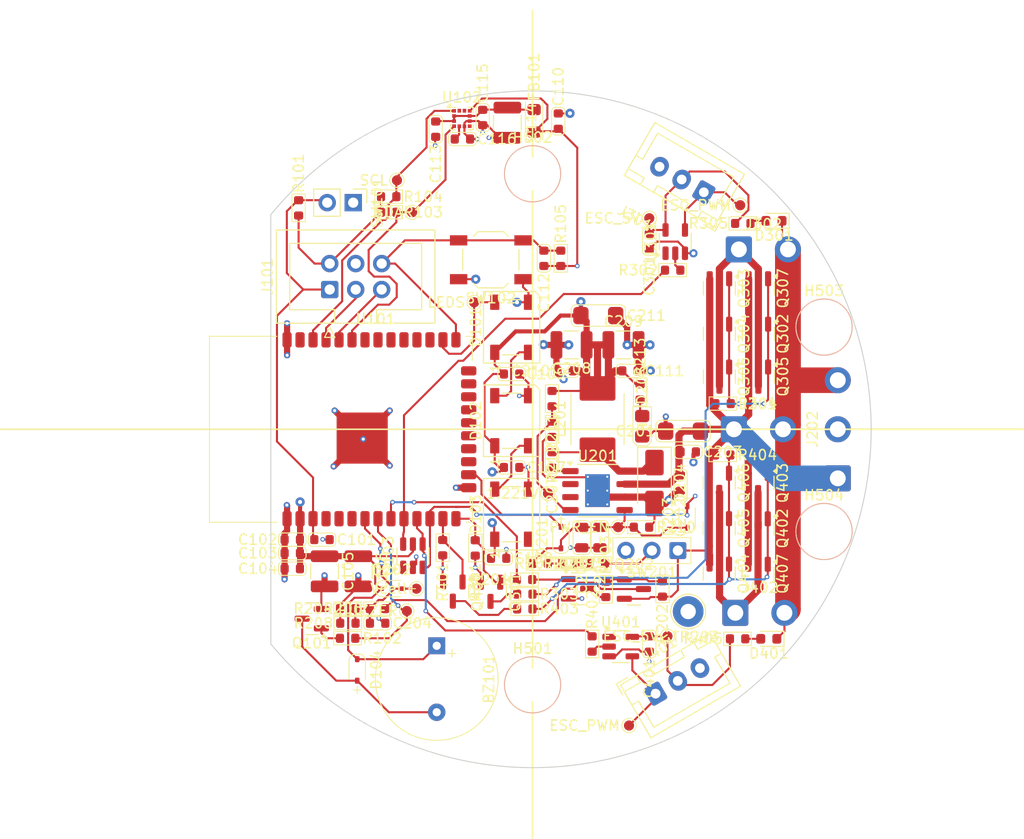
<source format=kicad_pcb>
(kicad_pcb (version 20241129) (generator "pcbnew") (generator_version "9.0")
  (title_block (title "Bottom V2.0 Round") (date "2025-03-14") (rev "2.0") (company "NicE Engineering"))
  (layers (0 "F.Cu" signal) (4 "In1.Cu" signal) (6 "In2.Cu" signal) (2 "B.Cu" signal) (13 "F.Paste" user) (15 "B.Paste" user) (5 "F.SilkS" user "F.Silkscreen") (7 "B.SilkS" user "B.Silkscreen") (1 "F.Mask" user) (3 "B.Mask" user) (25 "Edge.Cuts" user))
  (net 0 "")
  (net 1 "+3.3V")
  (net 2 "Net-(BZ101--)")
  (net 3 "EN")
  (net 4 "GND")
  (net 5 "DR0")
  (net 6 "Net-(U102-CS_MAG)")
  (net 7 "Net-(U102-C1)")
  (net 8 "Vbatt")
  (net 9 "/CPU/Vsamp")
  (net 10 "Net-(D201-K)")
  (net 11 "Net-(D204-K)")
  (net 12 "Net-(U201-BOOT)")
  (net 13 "Net-(J301-Pin_2)")
  (net 14 "Net-(J401-Pin_2)")
  (net 15 "Net-(D101-DOUT)")
  (net 16 "LEDS")
  (net 17 "/CPU/PwrEn")
  (net 18 "/CPU/COM")
  (net 19 "Net-(D205-A)")
  (net 20 "Net-(D301-A)")
  (net 21 "Net-(D401-A)")
  (net 22 "RX")
  (net 23 "TX")
  (net 24 "Net-(J301-Pin_1)")
  (net 25 "Net-(J302-Pin_1)")
  (net 26 "Net-(J401-Pin_1)")
  (net 27 "Net-(J402-Pin_1)")
  (net 28 "Net-(Q101-G)")
  (net 29 "Net-(Q201-D)")
  (net 30 "Net-(Q201-G)")
  (net 31 "Net-(Q202-G)")
  (net 32 "Net-(Q202-D)")
  (net 33 "Net-(Q301-D)")
  (net 34 "/CPU/ESC_PWR_SB")
  (net 35 "Net-(Q302-G)")
  (net 36 "Net-(Q401-D)")
  (net 37 "/CPU/ESC_PWR_BB")
  (net 38 "Net-(Q402-G)")
  (net 39 "BUZZER")
  (net 40 "Net-(U101-SDA{slash}GPIO21)")
  (net 41 "Net-(U101-SCL{slash}GPIO22)")
  (net 42 "/CPU/VbatEn")
  (net 43 "Net-(R205-Pad2)")
  (net 44 "Net-(R205-Pad1)")
  (net 45 "Net-(R207-Pad2)")
  (net 46 "Net-(U201-Vsens)")
  (net 47 "/CPU/ESC_SB")
  (net 48 "Net-(U301-A)")
  (net 49 "Net-(U401-A)")
  (net 50 "/CPU/ESC_BB")
  (net 74 "Net-(D102-DOUT)")
  (footprint "Package_TO_SOT_SMD:SOT-23" (layer "F.Cu") (at 135.856273 78.099136 -90)
    (property "Reference" "Q402")
    (property "Value" "AO3401A")
  )
  (footprint "A_Pads_Pins:Testpad_1" (layer "F.Cu") (at 102.4562 83.9956)
    (property "Reference" "TP202" (hide yes))
    (property "Value" "Vcell")
  )
  (footprint "A_Device:R_0603" (layer "F.Cu") (at 115.715 65.4 -90)
    (property "Reference" "R211")
    (property "Value" "18K")
  )
  (footprint "A_Device:R_0603" (layer "F.Cu") (at 95.7252 88.847)
    (property "Reference" "R102")
    (property "Value" "100")
  )
  (footprint "A_Device:D_SOD-323_1.8x1.4x1.15" (layer "F.Cu") (at 128.923 76.9852 90)
    (property "Reference" "D203")
    (property "Value" "1N4148WS")
  )
  (footprint "A_Device:D_SOD-323_1.8x1.4x1.15" (layer "F.Cu") (at 100.0432 83.9956)
    (property "Reference" "D202")
    (property "Value" "1N4148WS")
  )
  (footprint "Package_TO_SOT_SMD:SOT-23" (layer "F.Cu") (at 132.065916 82.524535 -90)
    (property "Reference" "Q404")
    (property "Value" "AO3401A")
  )
  (footprint "Connector_PinHeader_2.54mm:PinHeader_1x02_P2.54mm_Vertical" (layer "F.Cu") (at 96.271 46.228 -90)
    (property "Reference" "SW101")
    (property "Value" "~{RESET}")
  )
  (footprint "Package_TO_SOT_SMD:SOT-23" (layer "F.Cu") (at 132.065916 78.079535 -90)
    (property "Reference" "Q405")
    (property "Value" "AO3401A")
  )
  (footprint "LED_SMD:LED_WS2812B_PLCC4_5.0x5.0mm_P3.2mm" (layer "F.Cu") (at 111.76 67.564 90)
    (property "Reference" "D102")
    (property "Value" "WS2812B")
  )
  (footprint "A_Mechanical:NPTH_M3" (layer "F.Cu") (at 113.81 93.4)
    (property "Reference" "H501")
    (property "Value" "MountingHole")
  )
  (footprint "LED_SMD:LED_WS2812B_PLCC4_5.0x5.0mm_P3.2mm" (layer "F.Cu") (at 111.76 76.708 90)
    (property "Reference" "D103")
    (property "Value" "WS2812B")
  )
  (footprint "Connector_Wire:SolderWire-0.75sqmm_1x02_P4.8mm_D1.25mm_OD2.3mm" (layer "F.Cu") (at 133.635 86.36)
    (property "Reference" "J402")
    (property "Value" "ESC_PWR")
  )
  (footprint "A_Device:R_0603" (layer "F.Cu") (at 132.403516 70.916735)
    (property "Reference" "R404")
    (property "Value" "18K")
  )
  (footprint "Capacitor_SMD:C_1210_3225Metric" (layer "F.Cu") (at 111.3462 38.4026 -90)
    (property "Reference" "C114")
    (property "Value" "100u/10V")
  )
  (footprint "Diode_SMD:D_SMA" (layer "F.Cu") (at 125.73 73.66 -90)
    (property "Reference" "D204")
    (property "Value" "SS54")
  )
  (footprint "A_Device:R_0603" (layer "F.Cu") (at 124.3256 64.7424 90)
    (property "Reference" "R213")
    (property "Value" "10K")
  )
  (footprint "A_Device:C_0603" (layer "F.Cu") (at 104.3358 39.0376 -90)
    (property "Reference" "C113")
    (property "Value" "100n")
  )
  (footprint "A_Device:C_0603" (layer "F.Cu") (at 125.222 89.408 -90)
    (property "Reference" "C401")
    (property "Value" "100n")
  )
  (footprint "A_Device:R_0603" (layer "F.Cu") (at 114.554 81.534)
    (property "Reference" "R209")
    (property "Value" "100K")
  )
  (footprint "Package_LGA:LGA-12_2x2mm_P0.5mm" (layer "F.Cu") (at 106.8972 37.9957)
    (property "Reference" "U102")
    (property "Value" "LSM303AGRTR")
  )
  (footprint "A_Device:R_0603" (layer "F.Cu") (at 120.142 81.534 180)
    (property "Reference" "R205")
    (property "Value" "100K")
  )
  (footprint "A_Device:R_0603" (layer "F.Cu") (at 98.6462 85.9514 180)
    (property "Reference" "R206")
    (property "Value" "6.2k")
  )
  (footprint "A_Device:C_0603" (layer "F.Cu") (at 116.3246 38.2502 90)
    (property "Reference" "C110")
    (property "Value" "100n")
  )
  (footprint "Package_TO_SOT_SMD:SOT-23" (layer "F.Cu") (at 92.22 86.9307 180)
    (property "Reference" "Q101")
    (property "Value" "AO3400A")
  )
  (footprint "A_Device:L_0805_(1.2)" (layer "F.Cu") (at 113.9624 38.2248 90)
    (property "Reference" "FB101")
    (property "Value" "0.3E 240E@100MHz")
  )
  (footprint "A_Device:R_0603" (layer "F.Cu") (at 108.204 80.01 -90)
    (property "Reference" "R301")
    (property "Value" "100K")
  )
  (footprint "A_Device:C_0603" (layer "F.Cu") (at 110.49 81.026)
    (property "Reference" "C108")
    (property "Value" "100n")
  )
  (footprint "A_Device:C_0603" (layer "F.Cu") (at 90.315 80.518 180)
    (property "Reference" "C103")
    (property "Value" "100n")
  )
  (footprint "A_Passive:LED_0805" (layer "F.Cu") (at 124.5288 68.1046 90)
    (property "Reference" "D205")
    (property "Value" "3.3V")
  )
  (footprint "Capacitor_SMD:C_1210_3225Metric" (layer "F.Cu") (at 93.472 82.296 -90)
    (property "Reference" "C105")
    (property "Value" "100u/10V")
  )
  (footprint "Capacitor_SMD:C_1210_3225Metric" (layer "F.Cu") (at 122.7 60.145)
    (property "Reference" "C209")
    (property "Value" "100u/10V")
  )
  (footprint "A_Device:C_0603" (layer "F.Cu") (at 93.218 79.195)
    (property "Reference" "C101")
    (property "Value" "100n")
  )
  (footprint "A_Device:R_0603" (layer "F.Cu") (at 116.5659 51.6734 90)
    (property "Reference" "R105")
    (property "Value" "10K")
  )
  (footprint "A_Device:C_0805" (layer "F.Cu") (at 120.396 78.994 -90)
    (property "Reference" "C206")
    (property "Value" "10u/25V")
  )
  (footprint "A_Pads_Pins:Testpad_1" (layer "F.Cu") (at 115.316 74.676)
    (property "Reference" "TP204" (hide yes))
    (property "Value" "1.221V")
  )
  (footprint "A_Mechanical:NPTH_M3" (layer "F.Cu") (at 113.81 43.4)
    (property "Reference" "H502")
    (property "Value" "MountingHole")
  )
  (footprint "A_Device:C_0603" (layer "F.Cu") (at 90.315 79.195 180)
    (property "Reference" "C102")
    (property "Value" "100n")
  )
  (footprint "LED_SMD:LED_WS2812B_PLCC4_5.0x5.0mm_P3.2mm" (layer "F.Cu") (at 111.76 58.42 90)
    (property "Reference" "D101")
    (property "Value" "WS2812B")
  )
  (footprint "A_Connector:Header_1x03_P2.54_Male" (layer "F.Cu") (at 125.476 80.264 180)
    (property "Reference" "SW201")
    (property "Value" "On/Off")
  )
  (footprint "A_Pads_Pins:Testpad_1" (layer "F.Cu") (at 122.174 77.978)
    (property "Reference" "TP201" (hide yes))
    (property "Value" "PWR_EN")
  )
  (footprint "Package_TO_SOT_SMD:SOT-23" (layer "F.Cu") (at 135.856273 82.544136 -90)
    (property "Reference" "Q407")
    (property "Value" "AO3401A")
  )
  (footprint "A_Device:R_0603" (layer "F.Cu") (at 115.715 68.4 -90)
    (property "Reference" "R212")
    (property "Value" "10K")
  )
  (footprint "LED_SMD:LED_0603_1608Metric" (layer "F.Cu") (at 136.906 88.9 180)
    (property "Reference" "D401")
    (property "Value" "PWR_ESC")
  )
  (footprint "Package_TO_SOT_SMD:SOT-23" (layer "F.Cu") (at 106.0122 84.275 -90)
    (property "Reference" "Q401")
    (property "Value" "AO3400A")
  )
  (footprint "A_Device:C_0603" (layer "F.Cu") (at 128.27 73.66 -90)
    (property "Reference" "C202")
    (property "Value" "100n")
  )
  (footprint "A_Device:C_0603" (layer "F.Cu") (at 106.952 40.0028)
    (property "Reference" "C116")
    (property "Value" "100n")
  )
  (footprint "A_Device:R_0603" (layer "F.Cu") (at 90.932 46.736 90)
    (property "Reference" "R101")
    (property "Value" "10K")
  )
  (footprint "A_Misc:Buzzer-12x6.5x5.2" (layer "F.Cu") (at 104.4374 92.8348 -90)
    (property "Reference" "BZ101")
    (property "Value" "Buzzer")
  )
  (footprint "A_Device:C_0603" (layer "F.Cu") (at 129.032 70.612)
    (property "Reference" "C203")
    (property "Value" "10n")
  )
  (footprint "A_Device:L_6.6x7.0mm" (layer "F.Cu") (at 120.16 67.4 90)
    (property "Reference" "L201")
    (property "Value" "33uH/2A")
  )
  (footprint "A_Pads_Pins:Testpad_1" (layer "F.Cu") (at 125.222 47.752)
    (property "Reference" "TP301" (hide yes))
    (property "Value" "ESC_5V")
  )
  (footprint "A_Device:R_0603" (layer "F.Cu") (at 113.048 84.529)
    (property "Reference" "R303")
    (property "Value" "10K")
  )
  (footprint "A_Device:R_0603" (layer "F.Cu") (at 117.348 81.534 180)
    (property "Reference" "R207")
    (property "Value" "100K")
  )
  (footprint "Connector_Wire:SolderWire-0.75sqmm_1x02_P4.8mm_D1.25mm_OD2.3mm" (layer "F.Cu") (at 133.495 68.4)
    (property "Reference" "J201")
    (property "Value" "ACCU")
  )
  (footprint "Package_TO_SOT_SMD:SOT-23-6" (layer "F.Cu") (at 102.108 80.772 90)
    (property "Reference" "U103")
    (property "Value" "USBLC6-4SC6")
  )
  (footprint "Package_TO_SOT_SMD:SOT-23" (layer "F.Cu") (at 132.08 59.055 -90)
    (property "Reference" "Q304")
    (property "Value" "AO3401A")
  )
  (footprint "A_Device:R_0603" (layer "F.Cu") (at 99.7384 45.6416)
    (property "Reference" "R104")
    (property "Value" "2.2k")
  )
  (footprint "A_Device:C_0603" (layer "F.Cu") (at 111.76 72.136)
    (property "Reference" "C107")
    (property "Value" "100n")
  )
  (footprint "Capacitor_SMD:C_1210_3225Metric" (layer "F.Cu") (at 96.774 82.296 -90)
    (property "Reference" "C106")
    (property "Value" "100u/10V")
  )
  (footprint "A_Device:D_SOD-323_1.8x1.4x1.15" (layer "F.Cu") (at 96.665 91.9458 -90)
    (property "Reference" "D104")
    (property "Value" "1N4148WS")
  )
  (footprint "A_Device:C_0603" (layer "F.Cu") (at 123.335 62.685)
    (property "Reference" "C111")
    (property "Value" "100n")
  )
  (footprint "TestPoint:TestPoint_Loop_D2.54mm_Drill1.5mm_Beaded" (layer "F.Cu") (at 129.0246 86.2308)
    (property "Reference" "TP203")
    (property "Value" "GND")
  )
  (footprint "A_Device:C_0603" (layer "F.Cu") (at 115.715 71.4 -90)
    (property "Reference" "C207")
    (property "Value" "10n")
  )
  (footprint "A_Device:R_0603" (layer "F.Cu") (at 133.858 88.9 180)
    (property "Reference" "R405")
    (property "Value" "4.7k")
  )
  (footprint "Connector_Wire:SolderWire-0.75sqmm_1x03_P4.8mm_D1.25mm_OD2.3mm" (layer "F.Cu") (at 143.655 73.2 90)
    (property "Reference" "J202")
    (property "Value" "CHRG/DATA")
  )
  (footprint "Package_TO_SOT_SMD:SOT-23" (layer "F.Cu") (at 132.065916 73.634535 -90)
    (property "Reference" "Q406")
    (property "Value" "AO3401A")
  )
  (footprint "Package_TO_SOT_SMD:SOT-23" (layer "F.Cu") (at 135.856273 73.654136 -90)
    (property "Reference" "Q403")
    (property "Value" "AO3401A")
  )
  (footprint "Package_TO_SOT_SMD:SOT-23" (layer "F.Cu") (at 132.08 63.246 -90)
    (property "Reference" "Q306")
    (property "Value" "AO3401A")
  )
  (footprint "Package_TO_SOT_SMD:SOT-23" (layer "F.Cu") (at 123.716 84.0323)
    (property "Reference" "Q202")
    (property "Value" "AO3401A")
  )
  (footprint "A_Module:ESP32-WROOM-32" (layer "F.Cu") (at 95.062 68.4)
    (property "Reference" "U101")
    (property "Value" "ESP32-WROOM-32E_(visible_peripherals)")
  )
  (footprint "A_Device:R_0603" (layer "F.Cu") (at 134.366 48.26 180)
    (property "Reference" "R305")
    (property "Value" "4.7k")
  )
  (footprint "Package_TO_SOT_SMD:SOT-23" (layer "F.Cu") (at 135.89 63.246 -90)
    (property "Reference" "Q305")
    (property "Value" "AO3401A")
  )
  (footprint "Package_TO_SOT_SMD:SOT-23" (layer "F.Cu") (at 109.6952 84.3004 -90)
    (property "Reference" "Q301")
    (property "Value" "AO3400A")
  )
  (footprint "A_Pads_Pins:Testpad_1" (layer "F.Cu") (at 101.5164 86.18)
    (property "Reference" "TP102" (hide yes))
    (property "Value" "BUZZER")
  )
  (footprint "A_Pads_Pins:Testpad_1" (layer "F.Cu") (at 108.095 55.9794)
    (property "Reference" "TP101" (hide yes))
    (property "Value" "LEDS")
  )
  (footprint "A_Device:R_0603" (layer "F.Cu") (at 95.7506 87.3738 180)
    (property "Reference" "R208")
    (property "Value" "1k")
  )
  (footprint "A_Device:C_0603" (layer "F.Cu") (at 108.9332 37.8946 90)
    (property "Reference" "C115")
    (property "Value" "10n")
  )
  (footprint "LED_SMD:LED_0603_1608Metric" (layer "F.Cu") (at 137.414 48.006 180)
    (property "Reference" "D301")
    (property "Value" "PWR_ESC")
  )
  (footprint "Package_TO_SOT_SMD:SOT-23" (layer "F.Cu") (at 135.89 54.61 -90)
    (property "Reference" "Q307")
    (property "Value" "AO3401A")
  )
  (footprint "A_Device:R_0603" (layer "F.Cu") (at 99.7384 47.1656)
    (property "Reference" "R103")
    (property "Value" "2.2k")
  )
  (footprint "A_Device:R_0603" (layer "F.Cu") (at 120.9728 84.0718 90)
    (property "Reference" "R203")
    (property "Value" "100K")
  )
  (footprint "Package_TO_SOT_SMD:SOT-23" (layer "F.Cu") (at 135.89 59.055 -90)
    (property "Reference" "Q302")
    (property "Value" "AO3401A")
  )
  (footprint "A_Device:C_0603" (layer "F.Cu") (at 98.6596 87.376)
    (property "Reference" "C204")
    (property "Value" "100n")
  )
  (footprint "A_Device:C_1206_(1.6)" (layer "F.Cu") (at 120.2362 57.2748)
    (property "Reference" "C211")
    (property "Value" "4.7uF/10V")
  )
  (footprint "A_Pads_Pins:Testpad_1" (layer "F.Cu") (at 100.5512 44.0414)
    (property "Reference" "TP104" (hide yes))
    (property "Value" "SCL")
  )
  (footprint "A_Device:R_0603" (layer "F.Cu") (at 132.4356 65.8876)
    (property "Reference" "R304")
    (property "Value" "18K")
  )
  (footprint "Package_TO_SOT_SMD:SOT-23" (layer "F.Cu") (at 118.255 84.0069)
    (property "Reference" "Q201")
    (property "Value" "AO3400A")
  )
  (footprint "A_Pads_Pins:Testpad_1" (layer "F.Cu") (at 127 88.646)
    (property "Reference" "TP401" (hide yes))
    (property "Value" "ESC_5V")
  )
  (footprint "Package_TO_SOT_SMD:SOT-23" (layer "F.Cu") (at 132.08 54.61 -90)
    (property "Reference" "Q303")
    (property "Value" "AO3401A")
  )
  (footprint "A_Device:C_0603" (layer "F.Cu") (at 111.76 62.992)
    (property "Reference" "C109")
    (property "Value" "100n")
  )
  (footprint "A_Device:R_0603" (layer "F.Cu") (at 124.46 77.978)
    (property "Reference" "R210")
    (property "Value" "100K")
  )
  (footprint "A_Device:R_0603" (layer "F.Cu") (at 119.634 89.408 90)
    (property "Reference" "R402")
    (property "Value" "100")
  )
  (footprint "A_Device:C_0603" (layer "F.Cu") (at 90.315 82.042 180)
    (property "Reference" "C104")
    (property "Value" "100n")
  )
  (footprint "A_Mechanical:NPTH_M3" (layer "F.Cu") (at 142.31 78.4)
    (property "Reference" "H504")
    (property "Value" "MountingHole")
  )
  (footprint "Package_TO_SOT_SMD:SOT-23-5" (layer "F.Cu") (at 127.762 50.038 90)
    (property "Reference" "U301")
    (property "Value" "SN74LV1T34DBV")
  )
  (footprint "A_Pads_Pins:Testpad_1" (layer "F.Cu") (at 123.2408 97.3836)
    (property "Reference" "TP402" (hide yes))
    (property "Value" "ESC_PWM")
  )
  (footprint "Package_TO_SOT_SMD:SOT-23-5" (layer "F.Cu") (at 122.428 89.662)
    (property "Reference" "U401")
    (property "Value" "SN74LV1T34DBV")
  )
  (footprint "A_Device:D_SOD-323_1.8x1.4x1.15" (layer "F.Cu") (at 116.586 78.994 90)
    (property "Reference" "D201")
    (property "Value" "1N4148WS")
  )
  (footprint "A_Device:R_0603" (layer "F.Cu") (at 126.51 84.021 -90)
    (property "Reference" "R202")
    (property "Value" "100K")
  )
  (footprint "A_Device:R_0603" (layer "F.Cu") (at 95.7252 85.9514 180)
    (property "Reference" "R204")
    (property "Value" "1k")
  )
  (footprint "Package_SO:HTSOP-8-1EP_3.9x4.9mm_P1.27mm_EP2.4x3.2mm_ThermalVias" (layer "F.Cu") (at 120.16 74.4)
    (property "Reference" "U201")
    (property "Value" "TPS5430DDAR")
  )
  (footprint "A_Pads_Pins:Testpad_1" (layer "F.Cu") (at 134.112 46.482)
    (property "Reference" "TP302" (hide yes))
    (property "Value" "ESC_PWM")
  )
  (footprint "A_Device:C_1206_(1.6)" (layer "F.Cu") (at 128.524 68.58 180)
    (property "Reference" "C201")
    (property "Value" "4.7uF/10V")
  )
  (footprint "A_Device:R_0603" (layer "F.Cu") (at 113.048 85.9768)
    (property "Reference" "R403")
    (property "Value" "10K")
  )
  (footprint "A_Mechanical:NPTH_M3" (layer "F.Cu") (at 142.31 58.4)
    (property "Reference" "H503")
    (property "Value" "MountingHole")
  )
  (footprint "A_Device:C_0805" (layer "F.Cu") (at 118.618 78.994 -90)
    (property "Reference" "C205")
    (property "Value" "10u/25V")
  )
  (footprint "A_Device:R_0603" (layer "F.Cu") (at 127.508 52.832 180)
    (property "Reference" "R302")
    (property "Value" "100")
  )
  (footprint "A_Device:C_0603" (layer "F.Cu") (at 125.222 50.038 -90)
    (property "Reference" "C301")
    (property "Value" "100n")
  )
  (footprint "Connector_Wire:SolderWire-0.75sqmm_1x02_P4.8mm_D1.25mm_OD2.3mm" (layer "F.Cu") (at 133.98 50.8)
    (property "Reference" "J302")
    (property "Value" "ESC_PWR")
  )
  (footprint "Connector_JST:JST_XH_B3B-XH-A_1x03_P2.50mm_Vertical" (layer "F.Cu") (at 125.842437 94.267337 30)
    (property "Reference" "J401")
    (property "Value" "ESC")
  )
  (footprint "A_Device:C_0603" (layer "F.Cu") (at 114.9149 51.6734 -90)
    (property "Reference" "C112")
    (property "Value" "10n")
  )
  (footprint "Capacitor_SMD:C_1210_3225Metric" (layer "F.Cu") (at 117.62 60.145 180)
    (property "Reference" "C208")
    (property "Value" "100u/10V")
  )
  (footprint "A_Device:R_0603" (layer "F.Cu") (at 113.0226 83.1066 180)
    (property "Reference" "R201")
    (property "Value" "100")
  )
  (footprint "Connector_JST:JST_XH_B3B-XH-A_1x03_P2.50mm_Vertical" (layer "F.Cu") (at 130.556 45.212 150)
    (property "Reference" "J301")
    (property "Value" "ESC")
  )
  (footprint "Button_Switch_SMD:SW_SPST_TL3342" (layer "F.Cu") (at 109.728 51.816 180)
    (property "Reference" "SW102")
    (property "Value" "MODE")
  )
  (footprint "Connector_IDC:IDC-Header_2x03_P2.54mm_Vertical" (layer "F.Cu") (at 93.975 54.7275 90)
    (property "Reference" "J101")
    (property "Value" "Prog")
  )
  (footprint "A_Pads_Pins:Testpad_1" (layer "F.Cu") (at 102.0244 47.1656)
    (property "Reference" "TP103" (hide yes))
    (property "Value" "SDA")
  )
  (footprint "A_Device:R_0603" (layer "F.Cu") (at 105.0216 79.9824 -90)
    (property "Reference" "R401")
    (property "Value" "100K")
  )
  (footprint "A_Device:C_0603" (layer "F.Cu") (at 116.985 62.685 180)
    (property "Reference" "C210")
    (property "Value" "100n")
  )
  (gr_line (start 113.81 68.4) (end 113.81 27.4) (stroke (width 0.15)) (layer "F.SilkS"))
  (gr_line (start 113.81 68.4) (end 161.81 68.4) (stroke (width 0.15)) (layer "F.SilkS"))
  (gr_line (start 113.81 68.4) (end 113.81 108.4) (stroke (width 0.15)) (layer "F.SilkS"))
  (gr_line (start 161.81 68.4) (end 61.81 68.4) (stroke (width 0.15)) (layer "F.SilkS"))
  (gr_line (start 88.21 47.4) (end 88.21639 89.4) (stroke (width 0.1)) (layer "Edge.Cuts"))
  (gr_arc (start 88.21639 47.4) (mid 146.916387 68.4) (end 88.21639 89.4) (stroke (width 0.1)) (layer "Edge.Cuts"))
  (segment (start 97.5798 80.821) (end 96.774 80.821) (width 0.2) (layer "F.Cu") (net 1))
  (segment (start 120.16 64.4) (end 120.16 60.381) (width 0.7) (layer "F.Cu") (net 1))
  (segment (start 114.6228 36.0404) (end 115.2578 36.6754) (width 0.2) (layer "F.Cu") (net 1))
  (segment (start 110.054669 77.730331) (end 110.054669 79.102669) (width 0.2) (layer "F.Cu") (net 1))
  (segment (start 90.932 50.6274) (end 92.4921 52.1875) (width 0.2) (layer "F.Cu") (net 1))
  (segment (start 119.095 60.145) (end 119.095 57.8336) (width 0.6) (layer "F.Cu") (net 1))
  (segment (start 110.11 79.158) (end 110.11 80.656) (width 0.2) (layer "F.Cu") (net 1))
  (segment (start 124.3256 63.9924) (end 123.8924 63.9924) (width 0.2) (layer "F.Cu") (net 1))
  (segment (start 111.01 62.992) (end 109.947 62.992) (width 0.2) (layer "F.Cu") (net 1))
  (segment (start 109.111 69.015) (end 110.11 70.014) (width 0.2) (layer "F.Cu") (net 1))
  (segment (start 119.095 60.145) (end 119.095 63.335) (width 0.7) (layer "F.Cu") (net 1))
  (segment (start 109.947 62.992) (end 109.111 63.828) (width 0.2) (layer "F.Cu") (net 1))
  (segment (start 91.075 77.15) (end 91.075 82.032) (width 0.6) (layer "F.Cu") (net 1))
  (segment (start 119.095 57.8336) (end 118.5362 57.2748) (width 0.6) (layer "F.Cu") (net 1))
  (segment (start 116.0801 39.2447) (end 116.3246 39.0002) (width 0.2) (layer "F.Cu") (net 1))
  (segment (start 118.5344 55.9166) (end 118.5362 55.9184) (width 0.2) (layer "F.Cu") (net 1))
  (segment (start 109.8656 77.541262) (end 110.054669 77.730331) (width 0.2) (layer "F.Cu") (net 1))
  (segment (start 116.3246 39.0002) (end 118.1788 40.8544) (width 0.2) (layer "F.Cu") (net 1))
  (segment (start 115.715 64.65) (end 119.91 64.65) (width 0.2) (layer "F.Cu") (net 1))
  (segment (start 110.11 60.87) (end 110.11 62.092) (width 0.2) (layer "F.Cu") (net 1))
  (segment (start 122.585 62.685) (end 121.875 62.685) (width 0.7) (layer "F.Cu") (net 1))
  (segment (start 98.9884 47.1656) (end 98.9884 45.6416) (width 0.2) (layer "F.Cu") (net 1))
  (segment (start 98.9932 83.9956) (end 98.1042 84.8846) (width 0.2) (layer "F.Cu") (net 1))
  (segment (start 95.776 86.416264) (end 95.776 88.382136) (width 0.2) (layer "F.Cu") (net 1))
  (segment (start 107.6597 37.2457) (end 107.6771 37.2457) (width 0.2) (layer "F.Cu") (net 1))
  (segment (start 110.561 72.136) (end 110.11 71.685) (width 0.2) (layer "F.Cu") (net 1))
  (segment (start 120.16 64.4) (end 119.91 64.65) (width 0.7) (layer "F.Cu") (net 1))
  (segment (start 110.11 62.092) (end 111.01 62.992) (width 0.2) (layer "F.Cu") (net 1))
  (segment (start 115.00112 58.8242) (end 112.1558 58.8242) (width 0.4) (layer "F.Cu") (net 1))
  (segment (start 109.111 66.8506) (end 109.111 69.015) (width 0.2) (layer "F.Cu") (net 1))
  (segment (start 102.108 79.6345) (end 102.108 80.3814) (width 0.2) (layer "F.Cu") (net 1))
  (segment (start 95.7742 85.488336) (end 95.7742 86.414464) (width 0.2) (layer "F.Cu") (net 1))
  (segment (start 108.873336 36.0404) (end 114.6228 36.0404) (width 0.2) (layer "F.Cu") (net 1))
  (segment (start 111.01 72.136) (end 110.561 72.136) (width 0.2) (layer "F.Cu") (net 1))
  (segment (start 110.11 71.685) (end 110.11 70.014) (width 0.2) (layer "F.Cu") (net 1))
  (segment (start 108.1822 36.731536) (end 108.873336 36.0404) (width 0.2) (layer "F.Cu") (net 1))
  (segment (start 118.445 62.685) (end 120.16 64.4) (width 0.7) (layer "F.Cu") (net 1))
  (segment (start 117.735 62.685) (end 118.445 62.685) (width 0.7) (layer "F.Cu") (net 1))
  (segment (start 92.4921 52.1875) (end 93.975 52.1875) (width 0.2) (layer "F.Cu") (net 1))
  (segment (start 93.975 52.179) (end 98.9884 47.1656) (width 0.2) (layer "F.Cu") (net 1))
  (segment (start 91.077 75.512) (end 91.077 77.148) (width 0.4) (layer "F.Cu") (net 1))
  (segment (start 118.5362 57.2748) (end 118.5362 55.9184) (width 0.4) (layer "F.Cu") (net 1))
  (segment (start 96.774 80.821) (end 91.368 80.821) (width 0.6) (layer "F.Cu") (net 1))
  (segment (start 121.225 60.145) (end 121.225 63.335) (width 0.7) (layer "F.Cu") (net 1))
  (segment (start 98.9002 83.9956) (end 98.425 83.5204) (width 0.2) (layer "F.Cu") (net 1))
  (segment (start 98.425 83.5204) (end 98.425 81.6662) (width 0.2) (layer "F.Cu") (net 1))
  (segment (start 109.111 63.828) (end 109.111 66.8506) (width 0.2) (layer "F.Cu") (net 1))
  (segment (start 120.396 60.145) (end 121.225 60.145) (width 0.7) (layer "F.Cu") (net 1))
  (segment (start 96.665 90.8958) (end 103.1264 90.8958) (width 0.2) (layer "F.Cu") (net 1))
  (segment (start 121.225 63.335) (end 120.16 64.4) (width 0.7) (layer "F.Cu") (net 1))
  (segment (start 123.8924 63.9924) (end 122.585 62.685) (width 0.2) (layer "F.Cu") (net 1))
  (segment (start 90.932 47.486) (end 90.932 50.6274) (width 0.2) (layer "F.Cu") (net 1))
  (segment (start 93.975 52.1875) (end 93.975 52.179) (width 0.2) (layer "F.Cu") (net 1))
  (segment (start 115.715 64.65) (end 115.655 64.65) (width 0.2) (layer "F.Cu") (net 1))
  (segment (start 101.6684 80.821) (end 96.774 80.821) (width 0.2) (layer "F.Cu") (net 1))
  (segment (start 103.1264 90.8958) (end 104.4374 89.5848) (width 0.2) (layer "F.Cu") (net 1))
  (segment (start 118.5362 57.2748) (end 116.55052 57.2748) (width 0.4) (layer "F.Cu") (net 1))
  (segment (start 112.1558 58.8242) (end 110.11 60.87) (width 0.4) (layer "F.Cu") (net 1))
  (segment (start 110.11 80.656) (end 109.74 81.026) (width 0.2) (layer "F.Cu") (net 1))
  (segment (start 108.1822 36.7406) (end 108.1822 36.731536) (width 0.2) (layer "F.Cu") (net 1))
  (segment (start 113.9624 39.3248) (end 114.0425 39.2447) (width 0.2) (layer "F.Cu") (net 1))
  (segment (start 91.368 80.821) (end 91.065 80.518) (width 0.6) (layer "F.Cu") (net 1))
  (segment (start 95.7742 86.414464) (end 95.776 86.416264) (width 0.2) (layer "F.Cu") (net 1))
  (segment (start 116.5659 52.4234) (end 118.1788 52.4234) (width 0.2) (layer "F.Cu") (net 1))
  (segment (start 91.075 82.032) (end 91.065 82.042) (width 0.6) (layer "F.Cu") (net 1))
  (segment (start 115.2578 38.0294) (end 113.9624 39.3248) (width 0.2) (layer "F.Cu") (net 1))
  (segment (start 102.108 80.3814) (end 101.6684 80.821) (width 0.2) (layer "F.Cu") (net 1))
  (segment (start 98.1042 84.8846) (end 96.377936 84.8846) (width 0.2) (layer "F.Cu") (net 1))
  (segment (start 121.875 62.685) (end 120.16 64.4) (width 0.7) (layer "F.Cu") (net 1))
  (segment (start 118.1788 40.8544) (end 118.1788 52.4234) (width 0.2) (layer "F.Cu") (net 1))
  (segment (start 98.9932 83.9956) (end 98.9002 83.9956) (width 0.2) (layer "F.Cu") (net 1))
  (segment (start 96.377936 84.8846) (end 95.7742 85.488336) (width 0.2) (layer "F.Cu") (net 1))
  (segment (start 114.0425 39.2447) (end 116.0801 39.2447) (width 0.2) (layer "F.Cu") (net 1))
  (segment (start 91.077 77.148) (end 91.075 77.15) (width 0.4) (layer "F.Cu") (net 1))
  (segment (start 116.55052 57.2748) (end 115.00112 58.8242) (width 0.4) (layer "F.Cu") (net 1))
  (segment (start 110.054669 79.102669) (end 110.11 79.158) (width 0.2) (layer "F.Cu") (net 1))
  (segment (start 120.16 60.381) (end 120.396 60.145) (width 0.7) (layer "F.Cu") (net 1))
  (segment (start 110.571 72.575) (end 111.01 72.136) (width 0.2) (layer "F.Cu") (net 1))
  (segment (start 119.095 63.335) (end 120.16 64.4) (width 0.7) (layer "F.Cu") (net 1))
  (segment (start 95.7742 88.383936) (end 95.7742 90.005) (width 0.2) (layer "F.Cu") (net 1))
  (segment (start 95.776 88.382136) (end 95.7742 88.383936) (width 0.2) (layer "F.Cu") (net 1))
  (segment (start 114.9149 52.4234) (end 116.5659 52.4234) (width 0.2) (layer "F.Cu") (net 1))
  (segment (start 98.425 81.6662) (end 97.5798 80.821) (width 0.2) (layer "F.Cu") (net 1))
  (segment (start 107.6771 37.2457) (end 108.1822 36.7406) (width 0.2) (layer "F.Cu") (net 1))
  (segment (start 115.2578 36.6754) (end 115.2578 38.0294) (width 0.2) (layer "F.Cu") (net 1))
  (segment (start 109.86 72.575) (end 110.571 72.575) (width 0.2) (layer "F.Cu") (net 1))
  (segment (start 119.095 60.145) (end 120.396 60.145) (width 0.7) (layer "F.Cu") (net 1))
  (segment (start 95.7742 90.005) (end 96.665 90.8958) (width 0.2) (layer "F.Cu") (net 1))
  (via (at 109.86 72.575) (size 0.9) (drill 0.4) (layers "F.Cu" "B.Cu") (net 1))
  (via (at 118.5344 55.9166) (size 0.9) (drill 0.4) (layers "F.Cu" "B.Cu") (net 1))
  (via (at 118.1788 52.4234) (size 0.45) (drill 0.25) (layers "F.Cu" "B.Cu") (net 1))
  (via (at 91.077 75.512) (size 0.9) (drill 0.4) (layers "F.Cu" "B.Cu") (net 1))
  (via (at 109.8656 77.541262) (size 0.9) (drill 0.4) (layers "F.Cu" "B.Cu") (net 1))
  (segment (start 99.754 96.0848) (end 96.665 92.9958) (width 0.2) (layer "F.Cu") (net 2))
  (segment (start 91.2825 86.9307) (end 91.2825 89.6621) (width 0.2) (layer "F.Cu") (net 2))
  (segment (start 91.2825 89.6621) (end 94.6162 92.9958) (width 0.2) (layer "F.Cu") (net 2))
  (segment (start 104.4374 96.0848) (end 99.754 96.0848) (width 0.2) (layer "F.Cu") (net 2))
  (segment (start 94.6162 92.9958) (end 96.665 92.9958) (width 0.2) (layer "F.Cu") (net 2))
  (segment (start 90.8596 45.986) (end 89.7816 47.064) (width 0.2) (layer "F.Cu") (net 3))
  (segment (start 90.932 45.986) (end 93.489 45.986) (width 0.2) (layer "F.Cu") (net 3))
  (segment (start 92.345 77.15) (end 92.345 79.072) (width 0.2) (layer "F.Cu") (net 3))
  (segment (start 90.932 45.986) (end 90.8596 45.986) (width 0.2) (layer "F.Cu") (net 3))
  (segment (start 93.489 45.986) (end 93.731 46.228) (width 0.2) (layer "F.Cu") (net 3))
  (segment (start 93.975 54.7275) (end 91.3891 54.7275) (width 0.2) (layer "F.Cu") (net 3))
  (segment (start 89.7816 53.12) (end 91.3891 54.7275) (width 0.2) (layer "F.Cu") (net 3))
  (segment (start 91.3891 54.7275) (end 88.8164 57.3002) (width 0.2) (layer "F.Cu") (net 3))
  (segment (start 92.345 79.072) (end 92.468 79.195) (width 0.2) (layer "F.Cu") (net 3))
  (segment (start 89.7816 47.064) (end 89.7816 53.12) (width 0.2) (layer "F.Cu") (net 3))
  (segment (start 92.345 73.1224) (end 92.345 77.15) (width 0.2) (layer "F.Cu") (net 3))
  (segment (start 88.8164 57.3002) (end 88.8164 69.5938) (width 0.2) (layer "F.Cu") (net 3))
  (segment (start 88.8164 69.5938) (end 92.345 73.1224) (width 0.2) (layer "F.Cu") (net 3))
  (segment (start 113.3252 72.136) (end 113.3528 72.1084) (width 0.2) (layer "F.Cu") (net 4))
  (segment (start 120.795 75.035) (end 120.16 74.4) (width 0.7) (layer "F.Cu") (net 4))
  (segment (start 94.9752 85.5698) (end 96.774 83.771) (width 0.2) (layer "F.Cu") (net 4))
  (segment (start 109.5446 39.8776) (end 111.3462 39.8776) (width 0.2) (layer "F.Cu") (net 4))
  (segment (start 114.808 72.779532) (end 115.124468 73.096) (width 0.2) (layer "F.Cu") (net 4))
  (segment (start 97.15 69.26) (end 97.2522 69.3622) (width 0.6) (layer "F.Cu") (net 4))
  (segment (start 107.565 74.115) (end 106.317 74.115) (width 0.6) (layer "F.Cu") (net 4))
  (segment (start 124.5288 69.1046) (end 125.145 69.1046) (width 0.2) (layer "F.Cu") (net 4))
  (segment (start 89.805 59.65) (end 89.805 61.159) (width 0.6) (layer "F.Cu") (net 4))
  (segment (start 107.1472 38.7582) (end 107.1472 38.436) (width 0.2) (layer "F.Cu") (net 4))
  (segment (start 104.3358 39.7876) (end 104.285 39.8384) (width 0.2) (layer "F.Cu") (net 4))
  (segment (start 99.8388 66.5712) (end 99.84 66.5712) (width 0.6) (layer "F.Cu") (net 4))
  (segment (start 128.712 51.1755) (end 129.5345 51.1755) (width 0.2) (layer "F.Cu") (net 4))
  (segment (start 116.3246 37.5002) (end 117.4556 37.5002) (width 0.2) (layer "F.Cu") (net 4))
  (segment (start 107.1472 38.7582) (end 107.1472 39.448) (width 0.2) (layer "F.Cu") (net 4))
  (segment (start 116.235 62.685) (end 116.235 62.895) (width 0.6) (layer "F.Cu") (net 4))
  (segment (start 99.4096 87.376) (end 99.258 87.376) (width 0.2) (layer "F.Cu") (net 4))
  (segment (start 99.84 71.95) (end 99.84 71.956) (width 0.6) (layer "F.Cu") (net 4))
  (segment (start 89.805 58.0388) (end 89.807 58.0368) (width 0.6) (layer "F.Cu") (net 4))
  (segment (start 138.880001 63.6) (end 138.780001 63.5) (width 2.5) (layer "F.Cu") (net 4))
  (segment (start 95.0006 85.9768) (end 94.9752 85.9514) (width 0.2) (layer "F.Cu") (net 4))
  (segment (start 97.15 69.26) (end 94.3778 72.0322) (width 0.6) (layer "F.Cu") (net 4))
  (segment (start 89.565 83.0692) (end 89.553 83.0812) (width 0.6) (layer "F.Cu") (net 4))
  (segment (start 116.145 60.145) (end 117.3406 60.145) (width 0.6) (layer "F.Cu") (net 4))
  (segment (start 108.5343 38.2457) (end 108.9332 38.6446) (width 0.2) (layer "F.Cu") (net 4))
  (segment (start 124.175 62.595) (end 124.085 62.685) (width 0.6) (layer "F.Cu") (net 4))
  (segment (start 108.2446 53.716) (end 108.2474 53.7188) (width 0.2) (layer "F.Cu") (net 4))
  (segment (start 102.4308 81.5867) (end 102.108 81.9095) (width 0.2) (layer "F.Cu") (net 4))
  (segment (start 125.73 77.458) (end 125.21 77.978) (width 0.2) (layer "F.Cu") (net 4))
  (segment (start 95.0006 87.3738) (end 95.0006 85.9768) (width 0.2) (layer "F.Cu") (net 4))
  (segment (start 115.254 69.15) (end 114.808 69.596) (width 0.2) (layer "F.Cu") (net 4))
  (segment (start 124.085 62.685) (end 125.3162 62.685) (width 0.6) (layer "F.Cu") (net 4))
  (segment (start 97.15 69.26) (end 94.4612 66.5712) (width 0.6) (layer "F.Cu") (net 4))
  (segment (start 138.780001 86.014999) (end 138.435 86.36) (width 2.5) (layer "F.Cu") (net 4))
  (segment (start 118.618 79.994) (end 117.53 79.994) (width 0.2) (layer "F.Cu") (net 4))
  (segment (start 125.476 75.66) (end 125.73 75.66) (width 0.7) (layer "F.Cu") (net 4))
  (segment (start 129.782 70.612) (end 129.54 70.854) (width 0.4) (layer "F.Cu") (net 4))
  (segment (start 111.24 81.026) (end 111.24 80.1394) (width 0.2) (layer "F.Cu") (net 4))
  (segment (start 125.222 90.158) (end 125.222 91.1256) (width 0.2) (layer "F.Cu") (net 4))
  (segment (start 113.41 63.892) (end 113.41 65.114) (width 0.2) (layer "F.Cu") (net 4))
  (segment (start 125.222 90.158) (end 124.415968 90.158) (width 0.2) (layer "F.Cu") (net 4))
  (segment (start 97.15 69.26) (end 99.8388 66.5712) (width 0.6) (layer "F.Cu") (net 4))
  (segment (start 126.824 67.1716) (end 126.8402 67.1554) (width 0.4) (layer "F.Cu") (net 4))
  (segment (start 123.0556 58.3942) (end 123.0556 60.145) (width 0.6) (layer "F.Cu") (net 4))
  (segment (start 89.805 61.159) (end 89.807 61.161) (width 0.6) (layer "F.Cu") (net 4))
  (segment (start 122.81 75.035) (end 120.795 75.035) (width 0.7) (layer "F.Cu") (net 4))
  (segment (start 138.435 88.1585) (end 137.6935 88.9) (width 0.2) (layer "F.Cu") (net 4))
  (segment (start 112.524 65.114) (end 112.5146 65.1234) (width 0.2) (layer "F.Cu") (net 4))
  (segment (start 102.4308 80.8714) (end 102.4308 81.5867) (width 0.2) (layer "F.Cu") (net 4))
  (segment (start 122.81 75.035) (end 124.851 75.035) (width 0.7) (layer "F.Cu") (net 4))
  (segment (start 125.145 69.1046) (end 125.6696 68.58) (width 0.2) (layer "F.Cu") (net 4))
  (segment (start 89.565 82.042) (end 89.565 78.5734) (width 0.6) (layer "F.Cu") (net 4))
  (segment (start 109.3784 38.6446) (end 108.9332 38.6446) (width 0.2) (layer "F.Cu") (net 4))
  (segment (start 89.805 78.3334) (end 89.805 77.15) (width 0.6) (layer "F.Cu") (net 4))
  (segment (start 93.3184 79.195) (end 93.293 79.1696) (width 0.2) (layer "F.Cu") (net 4))
  (segment (start 113.41 55.97) (end 112.2954 55.97) (width 0.2) (layer "F.Cu") (net 4))
  (segment (start 125.972 50.038) (end 125.222 50.788) (width 0.2) (layer "F.Cu") (net 4))
  (segment (start 128.712 50.734) (end 128.016 50.038) (width 0.2) (layer "F.Cu") (net 4))
  (segment (start 113.41 55.0206) (end 113.41 55.97) (width 0.2) (layer "F.Cu") (net 4))
  (segment (start 124.5288 69.1046) (end 124.8954 69.1046) (width 0.6) (layer "F.Cu") (net 4))
  (segment (start 121.2905 90.612) (end 121.9002 90.612) (width 0.2) (layer "F.Cu") (net 4))
  (segment (start 89.565 78.5734) (end 89.805 78.3334) (width 0.6) (layer "F.Cu") (net 4))
  (segment (start 124.175 60.145) (end 125.2908 60.145) (width 0.6) (layer "F.Cu") (net 4))
  (segment (start 138.780001 63.5) (end 138.780001 67.914999) (width 2.5) (layer "F.Cu") (net 4))
  (segment (start 125.73 75.66) (end 125.73 77.458) (width 0.2) (layer "F.Cu") (net 4))
  (segment (start 138.2015 50.221499) (end 138.780001 50.8) (width 0.2) (layer "F.Cu") (net 4))
  (segment (start 126.766 75.66) (end 127.121 75.305) (width 0.7) (layer "F.Cu") (net 4))
  (segment (start 105.0216 81.989) (end 105.0216 83.2969) (width 0.2) (layer "F.Cu") (net 4))
  (segment (start 116.145 60.145) (end 114.9022 60.145) (width 0.6) (layer "F.Cu") (net 4))
  (segment (start 89.805 75.8402) (end 89.7816 75.8168) (width 0.6) (layer "F.Cu") (net 4))
  (segment (start 96.774 82.7076) (end 96.7666 82.7002) (width 0.6) (layer "F.Cu") (net 4))
  (segment (start 89.805 59.65) (end 89.805 58.0388) (width 0.6) (layer "F.Cu") (net 4))
  (segment (start 94.3778 72.0322) (end 94.3536 72.0322) (width 0.6) (layer "F.Cu") (net 4))
  (segment (start 109.5428 39.8758) (end 109.5446 39.8776) (width 0.2) (layer "F.Cu") (net 4))
  (segment (start 129.5345 51.1755) (end 129.54 51.181) (width 0.2) (layer "F.Cu") (net 4))
  (segment (start 143.655 63.6) (end 138.880001 63.6) (width 2.5) (layer "F.Cu") (net 4))
  (segment (start 108.204 80.76) (end 108.204 81.9285) (width 0.2) (layer "F.Cu") (net 4))
  (segment (start 112.878 54.4886) (end 113.41 55.0206) (width 0.2) (layer "F.Cu") (net 4))
  (segment (start 93.472 83.771) (end 93.472 82.7076) (width 0.6) (layer "F.Cu") (net 4))
  (segment (start 111.3462 39.8776) (end 110.6114 39.8776) (width 0.2) (layer "F.Cu") (net 4))
  (segment (start 125.73 75.66) (end 126.766 75.66) (width 0.7) (layer "F.Cu") (net 4))
  (segment (start 89.805 77.15) (end 89.805 75.8402) (width 0.6) (layer "F.Cu") (net 4))
  (segment (start 138.780001 50.8) (end 138.780001 63.5) (width 2.5) (layer "F.Cu") (net 4))
  (segment (start 114.9022 60.145) (end 114.8768 60.1196) (width 0.6) (layer "F.Cu") (net 4))
  (segment (start 117.53 79.994) (end 117.5184 79.9824) (width 0.2) (layer "F.Cu") (net 4))
  (segment (start 116.145 62.595) (end 116.235 62.685) (width 0.6) (layer "F.Cu") (net 4))
  (segment (start 107.1472 39.448) (end 107.702 40.0028) (width 0.2) (layer "F.Cu") (net 4))
  (segment (start 112.51 62.992) (end 113.41 63.892) (width 0.2) (layer "F.Cu") (net 4))
  (segment (start 121.9362 57.2748) (end 123.0556 58.3942) (width 0.6) (layer "F.Cu") (net 4))
  (segment (start 117.3175 84.9569) (end 118.6321 84.9569) (width 0.2) (layer "F.Cu") (net 4))
  (segment (start 107.702 40.0028) (end 108.3998 40.0028) (width 0.2) (layer "F.Cu") (net 4))
  (segment (start 116.145 60.145) (end 116.145 62.595) (width 0.6) (layer "F.Cu") (net 4))
  (segment (start 124.197168 89.9392) (end 122.573 89.9392) (width 0.2) (layer "F.Cu") (net 4))
  (segment (start 129.54 70.854) (end 129.54 71.628) (width 0.4) (layer "F.Cu") (net 4))
  (segment (start 124.175 60.145) (end 124.175 62.595) (width 0.6) (layer "F.Cu") (net 4))
  (segment (start 124.175 60.145) (end 123.0556 60.145) (width 0.6) (layer "F.Cu") (net 4))
  (segment (start 105.0216 83.2969) (end 105.0622 83.3375) (width 0.2) (layer "F.Cu") (net 4))
  (segment (start 119.164 73.096) (end 119.21 73.05) (width 0.2) (layer "F.Cu") (net 4))
  (segment (start 96.774 83.771) (end 96.774 82.7076) (width 0.6) (layer "F.Cu") (net 4))
  (segment (start 124.415968 90.158) (end 124.197168 89.9392) (width 0.2) (layer "F.Cu") (net 4))
  (segment (start 121.9002 90.612) (end 122.573 89.9392) (width 0.2) (layer "F.Cu") (net 4))
  (segment (start 108.204 81.9285) (end 108.7452 82.4697) (width 0.2) (layer "F.Cu") (net 4))
  (segment (start 105.0216 80.7324) (end 105.0216 81.989) (width 0.2) (layer "F.Cu") (net 4))
  (segment (start 99.258 87.376) (end 98.7732 86.8912) (width 0.2) (layer "F.Cu") (net 4))
  (segment (start 93.1575 85.9807) (end 93.1575 84.0855) (width 0.2) (layer "F.Cu") (net 4))
  (segment (start 128.016 50.038) (end 125.972 50.038) (width 0.2) (layer "F.Cu") (net 4))
  (segment (start 94.9752 85.9514) (end 94.9752 85.5698) (width 0.2) (layer "F.Cu") (net 4))
  (segment (start 126.824 68.58) (end 126.824 67.1716) (width 0.4) (layer "F.Cu") (net 4))
  (segment (start 107.1472 38.436) (end 107.3375 38.2457) (width 0.2) (layer "F.Cu") (net 4))
  (segment (start 117.4556 37.5002) (end 117.4676 37.4882) (width 0.2) (layer "F.Cu") (net 4))
  (segment (start 114.808 69.596) (end 114.808 72.779532) (width 0.2) (layer "F.Cu") (net 4))
  (segment (start 128.712 51.1755) (end 128.712 50.734) (width 0.2) (layer "F.Cu") (net 4))
  (segment (start 115.715 69.15) (end 115.254 69.15) (width 0.2) (layer "F.Cu") (net 4))
  (segment (start 97.2522 69.3622) (end 99.84 71.95) (width 0.6) (layer "F.Cu") (net 4))
  (segment (start 138.780001 50.8) (end 138.780001 86.014999) (width 2.5) (layer "F.Cu") (net 4))
  (segment (start 125.222 91.1256) (end 125.2146 91.133) (width 0.2) (layer "F.Cu") (net 4))
  (segment (start 112.2954 55.97) (end 112.286 55.9794) (width 0.2) (layer "F.Cu") (net 4))
  (segment (start 107.6597 38.2457) (end 108.5343 38.2457) (width 0.2) (layer "F.Cu") (net 4))
  (segment (start 93.1575 84.0855) (end 93.472 83.771) (width 0.2) (layer "F.Cu") (net 4))
  (segment (start 118.6321 84.9569) (end 118.636 84.9608) (width 0.2) (layer "F.Cu") (net 4))
  (segment (start 111.24 80.1394) (end 111.2446 80.1348) (width 0.2) (layer "F.Cu") (net 4))
  (segment (start 112.878 53.716) (end 112.878 54.4886) (width 0.2) (layer "F.Cu") (net 4))
  (segment (start 120.396 79.994) (end 118.618 79.994) (width 0.2) (layer "F.Cu") (net 4))
  (segment (start 104.285 39.8384) (end 104.285 40.6378) (width 0.2) (layer "F.Cu") (net 4))
  (segment (start 108.9332 38.6446) (end 108.9332 39.3424) (width 0.2) (layer "F.Cu") (net 4))
  (segment (start 93.968 79.195) (end 93.3184 79.195) (width 0.2) (layer "F.Cu") (net 4))
  (segment (start 93.472 82.7076) (end 93.4646 82.7002) (width 0.6) (layer "F.Cu") (net 4))
  (segment (start 94.4612 66.5712) (end 94.4552 66.5712) (width 0.6) (layer "F.Cu") (net 4))
  (segment (start 89.565 82.042) (end 89.565 83.0692) (width 0.6) (layer "F.Cu") (net 4))
  (segment (start 138.780001 67.914999) (end 138.295 68.4) (width 2.5) (layer "F.Cu") (net 4))
  (segment (start 116.235 62.895) (end 116.84 63.5) (width 0.6) (layer "F.Cu") (net 4))
  (segment (start 138.435 86.36) (end 138.435 88.1585) (width 0.2) (layer "F.Cu") (net 4))
  (segment (start 115.124468 73.096) (end 119.164 73.096) (width 0.2) (layer "F.Cu") (net 4))
  (segment (start 113.41 65.114) (end 112.524 65.114) (width 0.2) (layer "F.Cu") (net 4))
  (segment (start 106.578 53.716) (end 108.2446 53.716) (width 0.2) (layer "F.Cu") (net 4))
  (segment (start 108.7452 82.4697) (end 108.7452 83.3629) (width 0.2) (layer "F.Cu") (net 4))
  (segment (start 107.3375 38.2457) (end 107.6597 38.2457) (width 0.2) (layer "F.Cu") (net 4))
  (segment (start 113.41 72.1656) (end 113.3528 72.1084) (width 0.2) (layer "F.Cu") (net 4))
  (segment (start 113.41 74.258) (end 113.41 72.1656) (width 0.2) (layer "F.Cu") (net 4))
  (segment (start 110.6114 39.8776) (end 109.3784 38.6446) (width 0.2) (layer "F.Cu") (net 4))
  (segment (start 124.851 75.035) (end 125.476 75.66) (width 0.7) (layer "F.Cu") (net 4))
  (segment (start 127.121 75.305) (end 128.016 74.41) (width 0.7) (layer "F.Cu") (net 4))
  (segment (start 125.6696 68.58) (end 126.824 68.58) (width 0.2) (layer "F.Cu") (net 4))
  (segment (start 138.2015 48.006) (end 138.2015 50.221499) (width 0.2) (layer "F.Cu") (net 4))
  (segment (start 112.51 72.136) (end 113.3252 72.136) (width 0.2) (layer "F.Cu") (net 4))
  (via (at 117.5184 79.9824) (size 0.45) (drill 0.25) (layers "F.Cu" "B.Cu") (net 4))
  (via (at 114.8768 60.1196) (size 0.9) (drill 0.4) (layers "F.Cu" "B.Cu") (net 4))
  (via (at 109.5428 39.8758) (size 0.45) (drill 0.25) (layers "F.Cu" "B.Cu") (net 4))
  (via (at 108.204 81.9285) (size 0.45) (drill 0.25) (layers "F.Cu" "B.Cu") (net 4))
  (via (at 126.8402 67.1554) (size 0.6) (drill 0.3) (layers "F.Cu" "B.Cu") (net 4))
  (via (at 106.317 74.115) (size 0.6) (drill 0.3) (layers "F.Cu" "B.Cu") (net 4))
  (via (at 89.553 83.0812) (size 0.6) (drill 0.3) (layers "F.Cu" "B.Cu") (net 4))
  (via (at 99.84 66.5712) (size 0.6) (drill 0.3) (layers "F.Cu" "B.Cu") (net 4))
  (via (at 97.2522 69.3622) (size 0.6) (drill 0.3) (layers "F.Cu" "B.Cu") (net 4))
  (via (at 112.5146 65.1234) (size 0.45) (drill 0.25) (layers "F.Cu" "B.Cu") (net 4))
  (via (at 117.4676 37.4882) (size 0.9) (drill 0.4) (layers "F.Cu" "B.Cu") (net 4))
  (via (at 112.286 55.9794) (size 0.9) (drill 0.4) (layers "F.Cu" "B.Cu") (net 4))
  (via (at 117.3406 60.145) (size 0.9) (drill 0.4) (layers "F.Cu" "B.Cu") (net 4))
  (via (at 125.2908 60.145) (size 0.9) (drill 0.4) (layers "F.Cu" "B.Cu") (net 4))
  (via (at 127.121 75.305) (size 0.8) (drill 0.4) (layers "F.Cu" "B.Cu") (net 4))
  (via (at 125.2146 91.133) (size 0.45) (drill 0.25) (layers "F.Cu" "B.Cu") (net 4))
  (via (at 108.3998 40.0028) (size 0.45) (drill 0.25) (layers "F.Cu" "B.Cu") (net 4))
  (via (at 98.7732 86.8912) (size 0.45) (drill 0.25) (layers "F.Cu" "B.Cu") (net 4))
  (via (at 108.2474 53.7188) (size 0.9) (drill 0.4) (layers "F.Cu" "B.Cu") (net 4))
  (via (at 105.0216 81.989) (size 0.45) (drill 0.25) (layers "F.Cu" "B.Cu") (net 4))
  (via (at 129.54 51.181) (size 0.8) (drill 0.4) (layers "F.Cu" "B.Cu") (net 4))
  (via (at 113.3528 72.1084) (size 0.45) (drill 0.25) (layers "F.Cu" "B.Cu") (net 4))
  (via (at 93.4646 82.7002) (size 0.6) (drill 0.3) (layers "F.Cu" "B.Cu") (net 4))
  (via (at 129.54 71.628) (size 0.8) (drill 0.4) (layers "F.Cu" "B.Cu") (net 4))
  (via (at 93.293 79.1696) (size 0.45) (drill 0.25) (layers "F.Cu" "B.Cu") (net 4))
  (via (at 96.7666 82.7002) (size 0.6) (drill 0.3) (layers "F.Cu" "B.Cu") (net 4))
  (via (at 89.807 61.161) (size 0.6) (drill 0.3) (layers "F.Cu" "B.Cu") (net 4))
  (via (at 89.807 58.0368) (size 0.6) (drill 0.3) (layers "F.Cu" "B.Cu") (net 4))
  (via (at 125.3162 62.685) (size 0.9) (drill 0.4) (layers "F.Cu" "B.Cu") (net 4))
  (via (at 94.3536 72.0322) (size 0.6) (drill 0.3) (layers "F.Cu" "B.Cu") (net 4))
  (via (at 118.636 84.9608) (size 0.45) (drill 0.25) (layers "F.Cu" "B.Cu") (net 4))
  (via (at 102.4308 80.8714) (size 0.45) (drill 0.25) (layers "F.Cu" "B.Cu") (net 4))
  (via (at 116.84 63.5) (size 0.8) (drill 0.4) (layers "F.Cu" "B.Cu") (net 4))
  (via (at 111.2446 80.1348) (size 0.45) (drill 0.25) (layers "F.Cu" "B.Cu") (net 4))
  (via (at 104.285 40.6378) (size 0.45) (drill 0.25) (layers "F.Cu" "B.Cu") (net 4))
  (via (at 89.7816 75.8168) (size 0.6) (drill 0.3) (layers "F.Cu" "B.Cu") (net 4))
  (via (at 94.4552 66.5712) (size 0.6) (drill 0.3) (layers "F.Cu" "B.Cu") (net 4))
  (via (at 123.0556 60.145) (size 0.9) (drill 0.4) (layers "F.Cu" "B.Cu") (net 4))
  (via (at 99.84 71.956) (size 0.6) (drill 0.3) (layers "F.Cu" "B.Cu") (net 4))
  (via (at 108.9332 39.3424) (size 0.45) (drill 0.25) (layers "F.Cu" "B.Cu") (net 4))
  (segment (start 112.878 49.916) (end 113.9075 49.916) (width 0.2) (layer "F.Cu") (net 5))
  (segment (start 99.055 52.1875) (end 100.3661 52.1875) (width 0.2) (layer "F.Cu") (net 5))
  (segment (start 114.9149 50.9234) (end 116.5659 50.9234) (width 0.2) (layer "F.Cu") (net 5))
  (segment (start 113.9075 49.916) (end 114.9149 50.9234) (width 0.2) (layer "F.Cu") (net 5))
  (segment (start 112.878 49.916) (end 101.3265 49.916) (width 0.2) (layer "F.Cu") (net 5))
  (segment (start 106.315 58.1364) (end 106.315 59.65) (width 0.2) (layer "F.Cu") (net 5))
  (segment (start 101.3265 49.916) (end 99.055 52.1875) (width 0.2) (layer "F.Cu") (net 5))
  (segment (start 100.3661 52.1875) (end 106.315 58.1364) (width 0.2) (layer "F.Cu") (net 5))
  (segment (start 107.6597 37.7457) (end 108.3321 37.7457) (width 0.2) (layer "F.Cu") (net 6))
  (segment (start 108.3321 37.7457) (end 108.9332 37.1446) (width 0.2) (layer "F.Cu") (net 6))
  (segment (start 106.1347 38.2457) (end 104.3777 38.2457) (width 0.2) (layer "F.Cu") (net 6))
  (segment (start 106.1347 37.7457) (end 107.8121 37.7457) (width 0.2) (layer "F.Cu") (net 6))
  (segment (start 106.1347 37.7457) (end 106.1347 38.2457) (width 0.2) (layer "F.Cu") (net 6))
  (segment (start 108.953 37.1248) (end 108.9332 37.1446) (width 0.2) (layer "F.Cu") (net 6))
  (segment (start 104.3777 38.2457) (end 104.3358 38.2876) (width 0.2) (layer "F.Cu") (net 6))
  (segment (start 113.9624 37.1248) (end 108.953 37.1248) (width 0.2) (layer "F.Cu") (net 6))
  (segment (start 106.6232 39.5816) (end 106.202 40.0028) (width 0.2) (layer "F.Cu") (net 7))
  (segment (start 106.6472 38.7582) (end 106.6472 38.809) (width 0.2) (layer "F.Cu") (net 7))
  (segment (start 106.6472 38.809) (end 106.6232 38.833) (width 0.2) (layer "F.Cu") (net 7))
  (segment (start 106.6232 38.833) (end 106.6232 39.5816) (width 0.2) (layer "F.Cu") (net 7))
  (segment (start 134.906273 81.606636) (end 134.906273 72.716636) (width 0.7) (layer "F.Cu") (net 8))
  (segment (start 131.0894 79.8146) (end 131.0894 80.7134) (width 0.7) (layer "F.Cu") (net 8))
  (segment (start 126.2987 84.9823) (end 126.51 84.771) (width 0.2) (layer "F.Cu") (net 8))
  (segment (start 126.4659 84.8151) (end 125.3564 84.8151) (width 0.2) (layer "F.Cu") (net 8))
  (segment (start 128.125 68.979) (end 128.125 72.801) (width 0.7) (layer "F.Cu") (net 8))
  (segment (start 127.449384 73.459) (end 127.143384 73.765) (width 0.7) (layer "F.Cu") (net 8))
  (segment (start 131.0894 79.8146) (end 131.0894 70.8056) (width 0.7) (layer "F.Cu") (net 8))
  (segment (start 134.8994 69.8044) (end 133.495 68.4) (width 0.7) (layer "F.Cu") (net 8))
  (segment (start 128.125 72.801) (end 127.467 73.459) (width 0.7) (layer "F.Cu") (net 8))
  (segment (start 127.3856 84.771) (end 126.51 84.771) (width 0.2) (layer "F.Cu") (net 8))
  (segment (start 128.524 68.58) (end 128.125 68.979) (width 0.7) (layer "F.Cu") (net 8))
  (segment (start 125.3564 84.8151) (end 125.1892 84.9823) (width 0.2) (layer "F.Cu") (net 8))
  (segment (start 131.1148 80.7388) (end 131.1148 81.585919) (width 0.7) (layer "F.Cu") (net 8))
  (segment (start 130.224 68.58) (end 128.524 68.58) (width 0.7) (layer "F.Cu") (net 8))
  (segment (start 134.906273 72.716636) (end 134.8994 72.709763) (width 0.7) (layer "F.Cu") (net 8))
  (segment (start 128.016 80.264) (end 131.0894 80.264) (width 0.2) (layer "F.Cu") (net 8))
  (segment (start 131.0894 80.7134) (end 131.1148 80.7388) (width 0.7) (layer "F.Cu") (net 8))
  (segment (start 126.51 84.771) (end 126.4659 84.8151) (width 0.2) (layer "F.Cu") (net 8))
  (segment (start 131.13 66.035) (end 133.495 68.4) (width 0.7) (layer "F.Cu") (net 8))
  (segment (start 128.016 84.1406) (end 127.3856 84.771) (width 0.2) (layer "F.Cu") (net 8))
  (segment (start 134.94 53.6725) (end 134.94 66.955) (width 0.7) (layer "F.Cu") (net 8))
  (segment (start 122.7785 84.9823) (end 125.1892 84.9823) (width 0.2) (layer "F.Cu") (net 8))
  (segment (start 131.0894 80.264) (end 131.0894 79.8146) (width 0.2) (layer "F.Cu") (net 8))
  (segment (start 134.8994 72.709763) (end 134.8994 69.8044) (width 0.7) (layer "F.Cu") (net 8))
  (segment (start 134.94 66.955) (end 133.495 68.4) (width 0.7) (layer "F.Cu") (net 8))
  (segment (start 127.143384 73.765) (end 122.81 73.765) (width 0.7) (layer "F.Cu") (net 8))
  (segment (start 133.495 68.4) (end 130.404 68.4) (width 0.7) (layer "F.Cu") (net 8))
  (segment (start 130.404 68.4) (end 130.224 68.58) (width 0.7) (layer "F.Cu") (net 8))
  (segment (start 128.016 80.264) (end 128.016 84.1406) (width 0.2) (layer "F.Cu") (net 8))
  (segment (start 127.467 73.459) (end 127.449384 73.459) (width 0.7) (layer "F.Cu") (net 8))
  (segment (start 131.1148 81.585919) (end 131.115916 81.587035) (width 0.7) (layer "F.Cu") (net 8))
  (segment (start 131.0894 70.8056) (end 133.495 68.4) (width 0.7) (layer "F.Cu") (net 8))
  (segment (start 131.13 53.6725) (end 131.13 66.035) (width 0.7) (layer "F.Cu") (net 8))
  (segment (start 143.655 73.2) (end 138.295 73.2) (width 2.5) (layer "B.Cu") (net 8))
  (segment (start 138.295 73.2) (end 133.495 68.4) (width 2.5) (layer "B.Cu") (net 8))
  (segment (start 100.2972 83.9956) (end 99.193 85.0998) (width 0.2) (layer "F.Cu") (net 9))
  (segment (start 97.8962 85.9514) (end 97.8962 87.3626) (width 0.2) (layer "F.Cu") (net 9))
  (segment (start 97.8962 87.3626) (end 97.9096 87.376) (width 0.2) (layer "F.Cu") (net 9))
  (segment (start 96.4752 85.9514) (end 96.4752 87.3484) (width 0.2) (layer "F.Cu") (net 9))
  (segment (start 99.0526 82.751) (end 100.2972 83.9956) (width 0.2) (layer "F.Cu") (net 9))
  (segment (start 98.7478 85.0998) (end 97.8962 85.9514) (width 0.2) (layer "F.Cu") (net 9))
  (segment (start 99.193 85.0998) (end 98.7478 85.0998) (width 0.2) (layer "F.Cu") (net 9))
  (segment (start 101.0932 83.9956) (end 100.2972 83.9956) (width 0.2) (layer "F.Cu") (net 9))
  (segment (start 99.0526 81.5064) (end 99.0526 82.751) (width 0.2) (layer "F.Cu") (net 9))
  (segment (start 97.425 78.1262) (end 98.9256 79.6268) (width 0.2) (layer "F.Cu") (net 9))
  (segment (start 97.425 77.15) (end 97.425 78.1262) (width 0.2) (layer "F.Cu") (net 9))
  (segment (start 96.4752 87.3484) (end 96.5006 87.3738) (width 0.2) (layer "F.Cu") (net 9))
  (segment (start 96.4752 85.9514) (end 97.8962 85.9514) (width 0.2) (layer "F.Cu") (net 9))
  (segment (start 102.4562 83.9956) (end 101.0932 83.9956) (width 0.2) (layer "F.Cu") (net 9))
  (segment (start 98.9256 79.6268) (end 98.9256 80.084) (width 0.2) (layer "F.Cu") (net 9))
  (via (at 98.9256 80.084) (size 0.45) (drill 0.25) (layers "F.Cu" "B.Cu") (net 9))
  (via (at 99.0526 81.5064) (size 0.45) (drill 0.25) (layers "F.Cu" "B.Cu") (net 9))
  (segment (start 99.0526 81.5064) (end 99.078 81.5064) (width 0.2) (layer "B.Cu") (net 9))
  (segment (start 98.9256 81.3794) (end 99.0526 81.5064) (width 0.2) (layer "B.Cu") (net 9))
  (segment (start 98.9256 80.084) (end 98.9256 81.3794) (width 0.2) (layer "B.Cu") (net 9))
  (segment (start 122.81 77.342) (end 122.174 77.978) (width 0.2) (layer "F.Cu") (net 10))
  (segment (start 122.81 76.305) (end 122.81 77.342) (width 0.2) (layer "F.Cu") (net 10))
  (segment (start 123.71 77.978) (end 124.5206 78.7886) (width 0.2) (layer "F.Cu") (net 10))
  (segment (start 126.3068 78.7886) (end 127.0602 78.0352) (width 0.2) (layer "F.Cu") (net 10))
  (segment (start 117.8304 77.994) (end 116.586 79.2384) (width 0.2) (layer "F.Cu") (net 10))
  (segment (start 118.634 77.978) (end 118.618 77.994) (width 0.2) (layer "F.Cu") (net 10))
  (segment (start 123.71 77.978) (end 118.634 77.978) (width 0.2) (layer "F.Cu") (net 10))
  (segment (start 127.0602 78.0352) (end 128.923 78.0352) (width 0.2) (layer "F.Cu") (net 10))
  (segment (start 116.586 79.2384) (end 116.586 80.044) (width 0.2) (layer "F.Cu") (net 10))
  (segment (start 118.618 77.994) (end 117.8304 77.994) (width 0.2) (layer "F.Cu") (net 10))
  (segment (start 113.804 81.534) (end 113.804 81.4616) (width 0.2) (layer "F.Cu") (net 10))
  (segment (start 115.2216 80.044) (end 116.586 80.044) (width 0.2) (layer "F.Cu") (net 10))
  (segment (start 124.5206 78.7886) (end 126.3068 78.7886) (width 0.2) (layer "F.Cu") (net 10))
  (segment (start 113.804 81.4616) (end 115.2216 80.044) (width 0.2) (layer "F.Cu") (net 10))
  (segment (start 124.641 72.495) (end 125.476 71.66) (width 0.7) (layer "F.Cu") (net 11))
  (segment (start 122.255 72.495) (end 120.16 70.4) (width 0.7) (layer "F.Cu") (net 11))
  (segment (start 122.81 72.495) (end 122.255 72.495) (width 0.7) (layer "F.Cu") (net 11))
  (segment (start 119.91 70.65) (end 120.16 70.4) (width 0.2) (layer "F.Cu") (net 11))
  (segment (start 115.715 70.65) (end 119.91 70.65) (width 0.2) (layer "F.Cu") (net 11))
  (segment (start 122.81 72.495) (end 124.641 72.495) (width 0.7) (layer "F.Cu") (net 11))
  (segment (start 125.476 71.66) (end 125.73 71.66) (width 0.7) (layer "F.Cu") (net 11))
  (segment (start 116.06 72.495) (end 115.715 72.15) (width 0.2) (layer "F.Cu") (net 12))
  (segment (start 117.51 72.495) (end 116.06 72.495) (width 0.2) (layer "F.Cu") (net 12))
  (segment (start 126.812 48.9005) (end 125.6095 48.9005) (width 0.2) (layer "F.Cu") (net 13))
  (segment (start 126.812 45.540936) (end 128.390936 43.962) (width 0.2) (layer "F.Cu") (net 13))
  (segment (start 134.112 47.764) (end 134.112 47.752) (width 0.2) (layer "F.Cu") (net 13))
  (segment (start 134.913 46.951) (end 134.913 45.505) (width 0.2) (layer "F.Cu") (net 13))
  (segment (start 126.812 48.9005) (end 126.812 45.540936) (width 0.2) (layer "F.Cu") (net 13))
  (segment (start 125.6095 48.9005) (end 125.222 49.288) (width 0.2) (layer "F.Cu") (net 13))
  (segment (start 133.616 48.26) (end 134.112 47.764) (width 0.2) (layer "F.Cu") (net 13))
  (segment (start 134.112 47.752) (end 134.913 46.951) (width 0.2) (layer "F.Cu") (net 13))
  (segment (start 125.222 47.752) (end 125.222 49.288) (width 0.2) (layer "F.Cu") (net 13))
  (segment (start 134.913 45.505) (end 132.588 43.18) (width 0.2) (layer "F.Cu") (net 13))
  (segment (start 129.172936 43.18) (end 128.390936 43.962) (width 0.2) (layer "F.Cu") (net 13))
  (segment (start 132.588 43.18) (end 129.172936 43.18) (width 0.2) (layer "F.Cu") (net 13))
  (segment (start 127 92.009836) (end 128.007501 93.017337) (width 0.2) (layer "F.Cu") (net 14))
  (segment (start 125.222 88.658) (end 123.6195 88.658) (width 0.2) (layer "F.Cu") (net 14))
  (segment (start 127 88.646) (end 125.234 88.646) (width 0.2) (layer "F.Cu") (net 14))
  (segment (start 127 88.646) (end 127 92.009836) (width 0.2) (layer "F.Cu") (net 14))
  (segment (start 133.108 91.6978) (end 131.3868 93.419) (width 0.2) (layer "F.Cu") (net 14))
  (segment (start 123.6195 88.658) (end 123.5655 88.712) (width 0.2) (layer "F.Cu") (net 14))
  (segment (start 125.234 88.646) (end 125.222 88.658) (width 0.2) (layer "F.Cu") (net 14))
  (segment (start 133.108 88.9) (end 133.108 91.6978) (width 0.2) (layer "F.Cu") (net 14))
  (segment (start 131.3868 93.419) (end 128.409164 93.419) (width 0.2) (layer "F.Cu") (net 14))
  (segment (start 128.409164 93.419) (end 128.007501 93.017337) (width 0.2) (layer "F.Cu") (net 14))
  (segment (start 112.5008 60.87) (end 113.41 60.87) (width 0.2) (layer "F.Cu") (net 15))
  (segment (start 110.11 65.114) (end 111.254 65.114) (width 0.2) (layer "F.Cu") (net 15))
  (segment (start 111.711 64.657) (end 111.711 61.6598) (width 0.2) (layer "F.Cu") (net 15))
  (segment (start 111.254 65.114) (end 111.711 64.657) (width 0.2) (layer "F.Cu") (net 15))
  (segment (start 111.711 61.6598) (end 112.5008 60.87) (width 0.2) (layer "F.Cu") (net 15))
  (segment (start 105.045 60.4224) (end 105.6312 61.0086) (width 0.2) (layer "F.Cu") (net 16))
  (segment (start 108.1044 55.97) (end 108.095 55.9794) (width 0.2) (layer "F.Cu") (net 16))
  (segment (start 105.6312 61.0086) (end 106.825 61.0086) (width 0.2) (layer "F.Cu") (net 16))
  (segment (start 106.825 61.0086) (end 108.095 59.7386) (width 0.2) (layer "F.Cu") (net 16))
  (segment (start 110.11 55.97) (end 108.1044 55.97) (width 0.2) (layer "F.Cu") (net 16))
  (segment (start 105.045 59.65) (end 105.045 60.4224) (width 0.2) (layer "F.Cu") (net 16))
  (segment (start 108.095 59.7386) (end 108.095 55.9794) (width 0.2) (layer "F.Cu") (net 16))
  (segment (start 116.586 77.78) (end 116.586 77.944) (width 0.2) (layer "F.Cu") (net 17))
  (segment (start 108.222 72.845) (end 108.81 73.433) (width 0.2) (layer "F.Cu") (net 17))
  (segment (start 110.835 76.775) (end 115.417 76.775) (width 0.2) (layer "F.Cu") (net 17))
  (segment (start 116.636 77.994) (end 116.586 77.944) (width 0.2) (layer "F.Cu") (net 17))
  (segment (start 107.565 72.845) (end 108.222 72.845) (width 0.2) (layer "F.Cu") (net 17))
  (segment (start 108.81 74.75) (end 110.835 76.775) (width 0.2) (layer "F.Cu") (net 17))
  (segment (start 115.417 76.775) (end 116.586 77.944) (width 0.2) (layer "F.Cu") (net 17))
  (segment (start 108.81 73.433) (end 108.81 74.75) (width 0.2) (layer "F.Cu") (net 17))
  (segment (start 106.31 75.9946) (end 106.571 75.9946) (width 0.2) (layer "F.Cu") (net 18))
  (segment (start 103.058 81.9095) (end 103.5517 81.9095) (width 0.2) (layer "F.Cu") (net 18))
  (segment (start 103.775 81.6862) (end 103.775 77.15) (width 0.2) (layer "F.Cu") (net 18))
  (segment (start 107.7648 75.9946) (end 106.31 75.9946) (width 0.2) (layer "F.Cu") (net 18))
  (segment (start 103.775 76.403) (end 104.1834 75.9946) (width 0.2) (layer "F.Cu") (net 18))
  (segment (start 103.775 77.15) (end 103.775 76.403) (width 0.2) (layer "F.Cu") (net 18))
  (segment (start 108.335 76.75) (end 108.335 76.5648) (width 0.2) (layer "F.Cu") (net 18))
  (segment (start 108.335 76.5648) (end 107.7648 75.9946) (width 0.2) (layer "F.Cu") (net 18))
  (segment (start 128.923 75.9352) (end 128.923 75.7152) (width 0.2) (layer "F.Cu") (net 18))
  (segment (start 128.923 75.9352) (end 128.923 76.8074) (width 0.2) (layer "F.Cu") (net 18))
  (segment (start 104.1834 75.9946) (end 106.31 75.9946) (width 0.2) (layer "F.Cu") (net 18))
  (segment (start 103.5517 81.9095) (end 103.775 81.6862) (width 0.2) (layer "F.Cu") (net 18))
  (segment (start 128.923 75.7152) (end 129.7104 74.9278) (width 0.2) (layer "F.Cu") (net 18))
  (via (at 128.923 76.8074) (size 0.45) (drill 0.25) (layers "F.Cu" "B.Cu") (net 18))
  (via (at 108.335 76.75) (size 0.45) (drill 0.25) (layers "F.Cu" "B.Cu") (net 18))
  (via (at 129.7104 74.9278) (size 0.45) (drill 0.25) (layers "F.Cu" "B.Cu") (net 18))
  (segment (start 128.8656 76.75) (end 128.923 76.8074) (width 0.2) (layer "B.Cu") (net 18))
  (segment (start 108.335 76.75) (end 128.8656 76.75) (width 0.2) (layer "B.Cu") (net 18))
  (segment (start 124.3256 66.9014) (end 124.5288 67.1046) (width 0.2) (layer "F.Cu") (net 19))
  (segment (start 124.3256 65.4924) (end 124.3256 66.9014) (width 0.2) (layer "F.Cu") (net 19))
  (segment (start 136.6265 48.006) (end 135.37 48.006) (width 0.2) (layer "F.Cu") (net 20))
  (segment (start 135.37 48.006) (end 135.116 48.26) (width 0.2) (layer "F.Cu") (net 20))
  (segment (start 134.608 88.9) (end 136.1185 88.9) (width 0.2) (layer "F.Cu") (net 21))
  (segment (start 94.885 58.8975) (end 99.055 54.7275) (width 0.2) (layer "F.Cu") (net 22))
  (segment (start 94.885 59.65) (end 94.885 58.8975) (width 0.2) (layer "F.Cu") (net 22))
  (segment (start 93.615 59.65) (end 93.615 58.496) (width 0.2) (layer "F.Cu") (net 23))
  (segment (start 93.615 58.496) (end 96.515 55.596) (width 0.2) (layer "F.Cu") (net 23))
  (segment (start 96.515 55.596) (end 96.515 54.7275) (width 0.2) (layer "F.Cu") (net 23))
  (segment (start 128.712 47.056) (end 128.712 48.9005) (width 0.2) (layer "F.Cu") (net 24))
  (segment (start 130.556 45.212) (end 128.712 47.056) (width 0.2) (layer "F.Cu") (net 24))
  (segment (start 133.858 46.482) (end 134.112 46.482) (width 0.2) (layer "F.Cu") (net 24))
  (segment (start 132.588 45.212) (end 133.858 46.482) (width 0.2) (layer "F.Cu") (net 24))
  (segment (start 130.556 45.212) (end 132.588 45.212) (width 0.2) (layer "F.Cu") (net 24))
  (segment (start 132.08 64.1835) (end 132.08 52.7) (width 0.7) (layer "F.Cu") (net 25))
  (segment (start 135.89 52.71) (end 133.98 50.8) (width 0.7) (layer "F.Cu") (net 25))
  (segment (start 135.89 64.1835) (end 135.89 52.71) (width 0.7) (layer "F.Cu") (net 25))
  (segment (start 132.08 52.7) (end 133.98 50.8) (width 0.7) (layer "F.Cu") (net 25))
  (segment (start 123.5655 90.612) (end 123.5655 91.9904) (width 0.2) (layer "F.Cu") (net 26))
  (segment (start 125.842437 94.781963) (end 123.2408 97.3836) (width 0.2) (layer "F.Cu") (net 26))
  (segment (start 125.842437 94.267337) (end 125.842437 94.781963) (width 0.2) (layer "F.Cu") (net 26))
  (segment (start 123.5655 91.9904) (end 125.842437 94.267337) (width 0.2) (layer "F.Cu") (net 26))
  (segment (start 136.035 83.96) (end 133.635 86.36) (width 0.7) (layer "F.Cu") (net 27))
  (segment (start 132.094063 74.600182) (end 132.094063 84.819063) (width 0.7) (layer "F.Cu") (net 27))
  (segment (start 132.08 84.805) (end 133.635 86.36) (width 0.7) (layer "F.Cu") (net 27))
  (segment (start 135.856273 78.099136) (end 135.856273 77.464136) (width 0.7) (layer "F.Cu") (net 27))
  (segment (start 135.856273 77.464136) (end 135.856273 83.481636) (width 0.7) (layer "F.Cu") (net 27))
  (segment (start 135.856273 74.591636) (end 135.856273 78.099136) (width 0.7) (layer "F.Cu") (net 27))
  (segment (start 136.035 83.660363) (end 136.035 83.96) (width 0.7) (layer "F.Cu") (net 27))
  (segment (start 132.065916 74.572035) (end 132.094063 74.600182) (width 0.7) (layer "F.Cu") (net 27))
  (segment (start 132.094063 84.819063) (end 133.635 86.36) (width 0.7) (layer "F.Cu") (net 27))
  (segment (start 135.856273 83.481636) (end 136.035 83.660363) (width 0.7) (layer "F.Cu") (net 27))
  (segment (start 93.1575 87.8807) (end 93.1575 88.3367) (width 0.2) (layer "F.Cu") (net 28))
  (segment (start 93.6678 88.847) (end 94.9752 88.847) (width 0.2) (layer "F.Cu") (net 28))
  (segment (start 93.1575 88.3367) (end 93.6678 88.847) (width 0.2) (layer "F.Cu") (net 28))
  (segment (start 119.1925 84.0069) (end 119.6125 84.0069) (width 0.2) (layer "F.Cu") (net 29))
  (segment (start 120.4274 84.8218) (end 120.9728 84.8218) (width 0.2) (layer "F.Cu") (net 29))
  (segment (start 119.6125 84.0069) (end 120.4274 84.8218) (width 0.2) (layer "F.Cu") (net 29))
  (segment (start 113.7726 83.1066) (end 117.2678 83.1066) (width 0.2) (layer "F.Cu") (net 30))
  (segment (start 117.2678 83.1066) (end 117.3175 83.0569) (width 0.2) (layer "F.Cu") (net 30))
  (segment (start 122.7785 83.0823) (end 124.9617 83.0823) (width 0.2) (layer "F.Cu") (net 31))
  (segment (start 124.9617 83.0823) (end 125.1504 83.271) (width 0.2) (layer "F.Cu") (net 31))
  (segment (start 122.7785 83.0823) (end 121.6829 83.0823) (width 0.2) (layer "F.Cu") (net 31))
  (segment (start 121.4434 83.3218) (end 120.9728 83.3218) (width 0.2) (layer "F.Cu") (net 31))
  (segment (start 121.6829 83.0823) (end 121.4434 83.3218) (width 0.2) (layer "F.Cu") (net 31))
  (segment (start 126.51 83.271) (end 125.1504 83.271) (width 0.2) (layer "F.Cu") (net 31))
  (segment (start 105.4788 87.1706) (end 103.4214 85.1132) (width 0.2) (layer "F.Cu") (net 32))
  (segment (start 116.899332 83.9956) (end 116.279 84.615932) (width 0.2) (layer "F.Cu") (net 32))
  (segment (start 103.4214 85.1132) (end 100.2344 85.1132) (width 0.2) (layer "F.Cu") (net 32))
  (segment (start 116.279 84.615932) (end 116.279 85.9208) (width 0.2) (layer "F.Cu") (net 32))
  (segment (start 100.2344 85.1132) (end 99.3962 85.9514) (width 0.2) (layer "F.Cu") (net 32))
  (segment (start 120.509736 84.0228) (end 120.231 83.744064) (width 0.2) (layer "F.Cu") (net 32))
  (segment (start 120.231 83.665932) (end 119.970968 83.4059) (width 0.2) (layer "F.Cu") (net 32))
  (segment (start 120.7301 84.0323) (end 120.7206 84.0228) (width 0.2) (layer "F.Cu") (net 32))
  (segment (start 116.279 85.9208) (end 115.0292 87.1706) (width 0.2) (layer "F.Cu") (net 32))
  (segment (start 120.231 83.744064) (end 120.231 83.665932) (width 0.2) (layer "F.Cu") (net 32))
  (segment (start 117.758268 83.9956) (end 116.899332 83.9956) (width 0.2) (layer "F.Cu") (net 32))
  (segment (start 120.7206 84.0228) (end 120.509736 84.0228) (width 0.2) (layer "F.Cu") (net 32))
  (segment (start 115.0292 87.1706) (end 105.4788 87.1706) (width 0.2) (layer "F.Cu") (net 32))
  (segment (start 118.347968 83.4059) (end 117.758268 83.9956) (width 0.2) (layer "F.Cu") (net 32))
  (segment (start 124.6535 84.0323) (end 120.7301 84.0323) (width 0.2) (layer "F.Cu") (net 32))
  (segment (start 119.970968 83.4059) (end 118.347968 83.4059) (width 0.2) (layer "F.Cu") (net 32))
  (segment (start 111.397 84.529) (end 110.6881 85.2379) (width 0.2) (layer "F.Cu") (net 33))
  (segment (start 110.6881 85.2379) (end 109.6952 85.2379) (width 0.2) (layer "F.Cu") (net 33))
  (segment (start 112.298 84.529) (end 111.397 84.529) (width 0.2) (layer "F.Cu") (net 33))
  (segment (start 108.204 79.26) (end 109.039 80.095) (width 0.2) (layer "F.Cu") (net 34))
  (segment (start 108.204 77.6784) (end 108.204 79.26) (width 0.2) (layer "F.Cu") (net 34))
  (segment (start 106.315 77.15) (end 107.6756 77.15) (width 0.2) (layer "F.Cu") (net 34))
  (segment (start 109.039 82.1964) (end 110.2055 83.3629) (width 0.2) (layer "F.Cu") (net 34))
  (segment (start 109.039 80.095) (end 109.039 82.1964) (width 0.2) (layer "F.Cu") (net 34))
  (segment (start 107.6756 77.15) (end 108.204 77.6784) (width 0.2) (layer "F.Cu") (net 34))
  (segment (start 110.2055 83.3629) (end 110.6452 83.3629) (width 0.2) (layer "F.Cu") (net 34))
  (segment (start 133.9544 65.8876) (end 133.9776 65.9108) (width 0.2) (layer "F.Cu") (net 35))
  (segment (start 116.079 83.6316) (end 115.1816 84.529) (width 0.2) (layer "F.Cu") (net 35))
  (segment (start 133.03 62.3085) (end 133.03 65.732) (width 0.2) (layer "F.Cu") (net 35))
  (segment (start 133.1856 65.8876) (end 133.9544 65.8876) (width 0.2) (layer "F.Cu") (net 35))
  (segment (start 116.1341 83.6316) (end 116.079 83.6316) (width 0.2) (layer "F.Cu") (net 35))
  (segment (start 133.03 53.6725) (end 133.03 62.3085) (width 0.2) (layer "F.Cu") (net 35))
  (segment (start 136.84 53.6725) (end 136.84 62.3085) (width 0.2) (layer "F.Cu") (net 35))
  (segment (start 115.1816 84.529) (end 113.798 84.529) (width 0.2) (layer "F.Cu") (net 35))
  (segment (start 133.03 65.732) (end 133.1856 65.8876) (width 0.2) (layer "F.Cu") (net 35))
  (segment (start 136.84 62.3085) (end 136.84 65.495) (width 0.2) (layer "F.Cu") (net 35))
  (segment (start 136.84 65.495) (end 136.435 65.9) (width 0.2) (layer "F.Cu") (net 35))
  (via (at 116.1341 83.6316) (size 0.45) (drill 0.25) (layers "F.Cu" "B.Cu") (net 35))
  (via (at 133.9776 65.9108) (size 0.45) (drill 0.25) (layers "F.Cu" "B.Cu") (net 35))
  (via (at 136.435 65.9) (size 0.45) (drill 0.25) (layers "F.Cu" "B.Cu") (net 35))
  (segment (start 133.9884 65.9) (end 133.9776 65.9108) (width 0.2) (layer "B.Cu") (net 35))
  (segment (start 116.7818 82.9288) (end 128.9484 82.9288) (width 0.2) (layer "B.Cu") (net 35))
  (segment (start 116.1341 83.6316) (end 116.1341 83.5765) (width 0.2) (layer "B.Cu") (net 35))
  (segment (start 116.1341 83.5765) (end 116.7818 82.9288) (width 0.2) (layer "B.Cu") (net 35))
  (segment (start 128.9484 82.9288) (end 130.7264 81.1508) (width 0.2) (layer "B.Cu") (net 35))
  (segment (start 131.4376 65.9108) (end 133.9776 65.9108) (width 0.2) (layer "B.Cu") (net 35))
  (segment (start 116.1341 83.6316) (end 116.079 83.6316) (width 0.2) (layer "B.Cu") (net 35))
  (segment (start 136.435 65.9) (end 133.9884 65.9) (width 0.2) (layer "B.Cu") (net 35))
  (segment (start 130.7264 81.1508) (end 130.7264 66.622) (width 0.2) (layer "B.Cu") (net 35))
  (segment (start 130.7264 66.622) (end 131.4376 65.9108) (width 0.2) (layer "B.Cu") (net 35))
  (segment (start 112.298 85.9768) (end 111.0414 85.9768) (width 0.2) (layer "F.Cu") (net 36))
  (segment (start 111.0414 85.9768) (end 110.4572 86.561) (width 0.2) (layer "F.Cu") (net 36))
  (segment (start 108.5776 86.561) (end 107.2291 85.2125) (width 0.2) (layer "F.Cu") (net 36))
  (segment (start 110.4572 86.561) (end 108.5776 86.561) (width 0.2) (layer "F.Cu") (net 36))
  (segment (start 107.2291 85.2125) (end 106.0122 85.2125) (width 0.2) (layer "F.Cu") (net 36))
  (segment (start 105.0216 79.2324) (end 106.9622 81.173) (width 0.2) (layer "F.Cu") (net 37))
  (segment (start 106.9622 81.173) (end 106.9622 83.3375) (width 0.2) (layer "F.Cu") (net 37))
  (segment (start 105.045 77.15) (end 105.045 79.209) (width 0.2) (layer "F.Cu") (net 37))
  (segment (start 105.045 79.209) (end 105.0216 79.2324) (width 0.2) (layer "F.Cu") (net 37))
  (segment (start 133.015916 71.054335) (end 133.153516 70.916735) (width 0.2) (layer "F.Cu") (net 38))
  (segment (start 136.806273 81.606636) (end 136.806273 82.778727) (width 0.2) (layer "F.Cu") (net 38))
  (segment (start 133.015916 81.587035) (end 133.015916 83.033916) (width 0.2) (layer "F.Cu") (net 38))
  (segment (start 133.015916 83.033916) (end 133.0632 83.0812) (width 0.2) (layer "F.Cu") (net 38))
  (segment (start 136.806273 81.606636) (end 136.806273 72.716636) (width 0.2) (layer "F.Cu") (net 38))
  (segment (start 133.015916 81.587035) (end 133.015916 72.697035) (width 0.2) (layer "F.Cu") (net 38))
  (segment (start 115.7277 84.9735) (end 114.7244 85.9768) (width 0.2) (layer "F.Cu") (net 38))
  (segment (start 133.015916 72.697035) (end 133.015916 71.054335) (width 0.2) (layer "F.Cu") (net 38))
  (segment (start 114.7244 85.9768) (end 113.798 85.9768) (width 0.2) (layer "F.Cu") (net 38))
  (segment (start 136.806273 82.778727) (end 136.735 82.85) (width 0.2) (layer "F.Cu") (net 38))
  (via (at 133.0632 83.0812) (size 0.45) (drill 0.25) (layers "F.Cu" "B.Cu") (net 38))
  (via (at 115.7277 84.9735) (size 0.45) (drill 0.25) (layers "F.Cu" "B.Cu") (net 38))
  (via (at 136.735 82.85) (size 0.45) (drill 0.25) (layers "F.Cu" "B.Cu") (net 38))
  (segment (start 115.7277 84.9735) (end 117.1628 83.5384) (width 0.2) (layer "B.Cu") (net 38))
  (segment (start 133.0632 83.0812) (end 136.5038 83.0812) (width 0.2) (layer "B.Cu") (net 38))
  (segment (start 117.1628 83.5384) (end 132.606 83.5384) (width 0.2) (layer "B.Cu") (net 38))
  (segment (start 132.606 83.5384) (end 133.0632 83.0812) (width 0.2) (layer "B.Cu") (net 38))
  (segment (start 136.735 82.85) (end 136.738353 82.853353) (width 0.2) (layer "B.Cu") (net 38))
  (segment (start 136.5038 83.0812) (end 136.735 82.85) (width 0.2) (layer "B.Cu") (net 38))
  (segment (start 99.967 79.703) (end 99.967 80.3634) (width 0.2) (layer "F.Cu") (net 39))
  (segment (start 98.695 78.431) (end 99.967 79.703) (width 0.2) (layer "F.Cu") (net 39))
  (segment (start 101.5164 86.18) (end 101.1862 86.18) (width 0.2) (layer "F.Cu") (net 39))
  (segment (start 99.7892 88.847) (end 101.5164 87.1198) (width 0.2) (layer "F.Cu") (net 39))
  (segment (start 98.695 77.15) (end 98.695 78.431) (width 0.2) (layer "F.Cu") (net 39))
  (segment (start 96.4752 88.847) (end 99.7892 88.847) (width 0.2) (layer "F.Cu") (net 39))
  (segment (start 99.967 80.3634) (end 99.967 80.296) (width 0.2) (layer "F.Cu") (net 39))
  (segment (start 101.1862 86.18) (end 100.6528 85.6466) (width 0.2) (layer "F.Cu") (net 39))
  (segment (start 101.5164 87.1198) (end 101.5164 86.18) (width 0.2) (layer "F.Cu") (net 39))
  (via (at 99.967 80.296) (size 0.45) (drill 0.25) (layers "F.Cu" "B.Cu") (net 39))
  (via (at 100.6528 85.6466) (size 0.45) (drill 0.25) (layers "F.Cu" "B.Cu") (net 39))
  (segment (start 99.967 80.296) (end 99.967 84.9608) (width 0.2) (layer "B.Cu") (net 39))
  (segment (start 99.967 84.9608) (end 100.6528 85.6466) (width 0.2) (layer "B.Cu") (net 39))
  (segment (start 100.5258 55.4714) (end 100.5258 54.176) (width 0.2) (layer "F.Cu") (net 40))
  (segment (start 96.155 59.65) (end 96.155 58.75) (width 0.2) (layer "F.Cu") (net 40))
  (segment (start 106.1347 38.7457) (end 105.301 39.5794) (width 0.2) (layer "F.Cu") (net 40))
  (segment (start 98.316 53.4648) (end 97.7826 52.9314) (width 0.2) (layer "F.Cu") (net 40))
  (segment (start 99.8146 53.4648) (end 98.316 53.4648) (width 0.2) (layer "F.Cu") (net 40))
  (segment (start 100.5258 54.176) (end 99.8146 53.4648) (width 0.2) (layer "F.Cu") (net 40))
  (segment (start 96.155 58.75) (end 98.697 56.208) (width 0.2) (layer "F.Cu") (net 40))
  (segment (start 100.4884 48.1428) (end 100.4884 47.1656) (width 0.2) (layer "F.Cu") (net 40))
  (segment (start 105.301 39.5794) (end 105.301 43.9652) (width 0.2) (layer "F.Cu") (net 40))
  (segment (start 100.4884 47.1656) (end 102.0244 47.1656) (width 0.2) (layer "F.Cu") (net 40))
  (segment (start 97.7826 50.8486) (end 100.4884 48.1428) (width 0.2) (layer "F.Cu") (net 40))
  (segment (start 98.697 56.208) (end 99.7892 56.208) (width 0.2) (layer "F.Cu") (net 40))
  (segment (start 99.7892 56.208) (end 100.5258 55.4714) (width 0.2) (layer "F.Cu") (net 40))
  (segment (start 102.1006 47.1656) (end 102.0244 47.1656) (width 0.2) (layer "F.Cu") (net 40))
  (segment (start 105.301 43.9652) (end 102.1006 47.1656) (width 0.2) (layer "F.Cu") (net 40))
  (segment (start 97.7826 52.9314) (end 97.7826 50.8486) (width 0.2) (layer "F.Cu") (net 40))
  (segment (start 100.4884 44.1042) (end 100.5512 44.0414) (width 0.2) (layer "F.Cu") (net 41))
  (segment (start 104.2227 37.2457) (end 103.8818 37.5866) (width 0.2) (layer "F.Cu") (net 41))
  (segment (start 100.5512 43.7112) (end 100.5512 44.0414) (width 0.2) (layer "F.Cu") (net 41))
  (segment (start 99.7384 46.3916) (end 99.7384 47.579664) (width 0.2) (layer "F.Cu") (net 41))
  (segment (start 103.4468 38.0216) (end 103.4468 40.8156) (width 0.2) (layer "F.Cu") (net 41))
  (segment (start 103.5848 37.8836) (end 103.4468 38.0216) (width 0.2) (layer "F.Cu") (net 41))
  (segment (start 99.15814 47.9166) (end 95.1918 51.88294) (width 0.2) (layer "F.Cu") (net 41))
  (segment (start 103.5848 37.874536) (end 103.5848 37.8836) (width 0.2) (layer "F.Cu") (net 41))
  (segment (start 92.345 58.7246) (end 92.345 59.65) (width 0.2) (layer "F.Cu") (net 41))
  (segment (start 103.4468 40.8156) (end 100.5512 43.7112) (width 0.2) (layer "F.Cu") (net 41))
  (segment (start 106.1347 37.2457) (end 104.2227 37.2457) (width 0.2) (layer "F.Cu") (net 41))
  (segment (start 103.872736 37.5866) (end 103.5848 37.874536) (width 0.2) (layer "F.Cu") (net 41))
  (segment (start 95.1918 55.8778) (end 92.345 58.7246) (width 0.2) (layer "F.Cu") (net 41))
  (segment (start 95.1918 51.88294) (end 95.1918 55.8778) (width 0.2) (layer "F.Cu") (net 41))
  (segment (start 99.7384 47.579664) (end 99.401464 47.9166) (width 0.2) (layer "F.Cu") (net 41))
  (segment (start 99.401464 47.9166) (end 99.15814 47.9166) (width 0.2) (layer "F.Cu") (net 41))
  (segment (start 100.4884 45.6416) (end 100.4884 44.1042) (width 0.2) (layer "F.Cu") (net 41))
  (segment (start 100.4884 45.6416) (end 99.7384 46.3916) (width 0.2) (layer "F.Cu") (net 41))
  (segment (start 103.8818 37.5866) (end 103.872736 37.5866) (width 0.2) (layer "F.Cu") (net 41))
  (segment (start 99.965 75.6918) (end 100.1194 75.5374) (width 0.2) (layer "F.Cu") (net 42))
  (segment (start 112.2726 83.1066) (end 112.2726 78.8876) (width 0.2) (layer "F.Cu") (net 42))
  (segment (start 112.2726 78.8876) (end 108.9224 75.5374) (width 0.2) (layer "F.Cu") (net 42))
  (segment (start 99.965 77.15) (end 99.965 75.6918) (width 0.2) (layer "F.Cu") (net 42))
  (segment (start 108.9224 75.5374) (end 102.2276 75.5374) (width 0.2) (layer "F.Cu") (net 42))
  (via (at 100.1194 75.5374) (size 0.45) (drill 0.25) (layers "F.Cu" "B.Cu") (net 42))
  (via (at 102.2276 75.5374) (size 0.45) (drill 0.25) (layers "F.Cu" "B.Cu") (net 42))
  (segment (start 102.2276 75.5374) (end 100.1194 75.5374) (width 0.2) (layer "B.Cu") (net 42))
  (segment (start 119.392 81.534) (end 118.098 81.534) (width 0.2) (layer "F.Cu") (net 43))
  (segment (start 120.892 81.534) (end 124.206 81.534) (width 0.2) (layer "F.Cu") (net 44))
  (segment (start 124.206 81.534) (end 125.476 80.264) (width 0.2) (layer "F.Cu") (net 44))
  (segment (start 116.598 81.534) (end 115.304 81.534) (width 0.2) (layer "F.Cu") (net 45))
  (segment (start 115.715 66.15) (end 115.715 67.65) (width 0.2) (layer "F.Cu") (net 46))
  (segment (start 115.715 67.65) (end 114.3 69.065) (width 0.2) (layer "F.Cu") (net 46))
  (segment (start 117.51 76.305) (end 116.945 76.305) (width 0.2) (layer "F.Cu") (net 46))
  (segment (start 114.3 73.66) (end 115.316 74.676) (width 0.2) (layer "F.Cu") (net 46))
  (segment (start 116.945 76.305) (end 115.316 74.676) (width 0.2) (layer "F.Cu") (net 46))
  (segment (start 114.3 69.065) (end 114.3 73.66) (width 0.2) (layer "F.Cu") (net 46))
  (segment (start 114.808 74.168) (end 115.316 74.676) (width 0.2) (layer "F.Cu") (net 46))
  (segment (start 101.1862 78.5092) (end 101.1862 78.6362) (width 0.2) (layer "F.Cu") (net 47))
  (segment (start 101.235 77.15) (end 101.235 78.4604) (width 0.2) (layer "F.Cu") (net 47))
  (segment (start 101.235 78.4604) (end 101.1862 78.5092) (width 0.2) (layer "F.Cu") (net 47))
  (segment (start 124.4234 55.1666) (end 116.858 55.1666) (width 0.2) (layer "F.Cu") (net 47))
  (segment (start 101.1862 78.6362) (end 101.158 78.6644) (width 0.2) (layer "F.Cu") (net 47))
  (segment (start 116.858 55.1666) (end 114.445 57.5796) (width 0.2) (layer "F.Cu") (net 47))
  (segment (start 111.143 57.5796) (end 107.0282 61.6944) (width 0.2) (layer "F.Cu") (net 47))
  (segment (start 101.158 78.6644) (end 101.158 79.6345) (width 0.2) (layer "F.Cu") (net 47))
  (segment (start 114.445 57.5796) (end 111.143 57.5796) (width 0.2) (layer "F.Cu") (net 47))
  (segment (start 101.235 67.0304) (end 101.235 77.15) (width 0.2) (layer "F.Cu") (net 47))
  (segment (start 107.0282 61.6944) (end 106.571 61.6944) (width 0.2) (layer "F.Cu") (net 47))
  (segment (start 106.571 61.6944) (end 101.235 67.0304) (width 0.2) (layer "F.Cu") (net 47))
  (segment (start 126.758 52.832) (end 124.4234 55.1666) (width 0.2) (layer "F.Cu") (net 47))
  (segment (start 127.762 51.1755) (end 127.762 52.336) (width 0.2) (layer "F.Cu") (net 48))
  (segment (start 127.762 52.336) (end 128.258 52.832) (width 0.2) (layer "F.Cu") (net 48))
  (segment (start 120.13 89.662) (end 119.634 90.158) (width 0.2) (layer "F.Cu") (net 49))
  (segment (start 121.2905 89.662) (end 120.13 89.662) (width 0.2) (layer "F.Cu") (net 49))
  (segment (start 103.2182 80.4904) (end 103.058 80.3302) (width 0.2) (layer "F.Cu") (net 50))
  (segment (start 105.2756 88.085) (end 119.061 88.085) (width 0.2) (layer "F.Cu") (net 50))
  (segment (start 103.058 80.3302) (end 103.058 79.6345) (width 0.2) (layer "F.Cu") (net 50))
  (segment (start 119.061 88.085) (end 119.634 88.658) (width 0.2) (layer "F.Cu") (net 50))
  (segment (start 102.505 78.0754) (end 103.058 78.6284) (width 0.2) (layer "F.Cu") (net 50))
  (segment (start 103.2182 80.7698) (end 103.2182 80.4904) (width 0.2) (layer "F.Cu") (net 50))
  (segment (start 102.505 77.15) (end 102.505 78.0754) (width 0.2) (layer "F.Cu") (net 50))
  (segment (start 103.3706 86.18) (end 105.2756 88.085) (width 0.2) (layer "F.Cu") (net 50))
  (segment (start 103.058 78.6284) (end 103.058 79.6345) (width 0.2) (layer "F.Cu") (net 50))
  (via (at 103.3706 86.18) (size 0.45) (drill 0.25) (layers "F.Cu" "B.Cu") (net 50))
  (via (at 103.2182 80.7698) (size 0.45) (drill 0.25) (layers "F.Cu" "B.Cu") (net 50))
  (segment (start 103.3706 86.18) (end 103.3706 80.9222) (width 0.2) (layer "B.Cu") (net 50))
  (segment (start 103.3706 80.9222) (end 103.2182 80.7698) (width 0.2) (layer "B.Cu") (net 50))
  (segment (start 110.4666 74.258) (end 111.7272 72.9974) (width 0.2) (layer "F.Cu") (net 74))
  (segment (start 110.11 74.258) (end 110.4666 74.258) (width 0.2) (layer "F.Cu") (net 74))
  (segment (start 111.7272 72.9974) (end 111.7272 70.813) (width 0.2) (layer "F.Cu") (net 74))
  (segment (start 111.7272 70.813) (end 112.5262 70.014) (width 0.2) (layer "F.Cu") (net 74))
  (segment (start 112.5262 70.014) (end 113.41 70.014) (width 0.2) (layer "F.Cu") (net 74))
)
</source>
